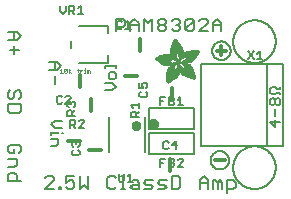
<source format=gbr>
G04 EAGLE Gerber RS-274X export*
G75*
%MOMM*%
%FSLAX34Y34*%
%LPD*%
%INSilkscreen Top*%
%IPPOS*%
%AMOC8*
5,1,8,0,0,1.08239X$1,22.5*%
G01*
%ADD10C,0.203200*%
%ADD11C,0.152400*%
%ADD12C,0.406400*%
%ADD13C,0.127000*%
%ADD14C,0.609600*%
%ADD15C,0.304800*%
%ADD16R,0.006300X0.050800*%
%ADD17R,0.006400X0.082600*%
%ADD18R,0.006300X0.120600*%
%ADD19R,0.006400X0.139700*%
%ADD20R,0.006300X0.158800*%
%ADD21R,0.006400X0.177800*%
%ADD22R,0.006300X0.196800*%
%ADD23R,0.006400X0.215900*%
%ADD24R,0.006300X0.228600*%
%ADD25R,0.006400X0.241300*%
%ADD26R,0.006300X0.254000*%
%ADD27R,0.006400X0.266700*%
%ADD28R,0.006300X0.279400*%
%ADD29R,0.006400X0.285700*%
%ADD30R,0.006300X0.298400*%
%ADD31R,0.006400X0.311200*%
%ADD32R,0.006300X0.317500*%
%ADD33R,0.006400X0.330200*%
%ADD34R,0.006300X0.336600*%
%ADD35R,0.006400X0.349200*%
%ADD36R,0.006300X0.361900*%
%ADD37R,0.006400X0.368300*%
%ADD38R,0.006300X0.381000*%
%ADD39R,0.006400X0.387300*%
%ADD40R,0.006300X0.393700*%
%ADD41R,0.006400X0.406400*%
%ADD42R,0.006300X0.412700*%
%ADD43R,0.006400X0.419100*%
%ADD44R,0.006300X0.431800*%
%ADD45R,0.006400X0.438100*%
%ADD46R,0.006300X0.450800*%
%ADD47R,0.006400X0.457200*%
%ADD48R,0.006300X0.463500*%
%ADD49R,0.006400X0.476200*%
%ADD50R,0.006300X0.482600*%
%ADD51R,0.006400X0.488900*%
%ADD52R,0.006300X0.501600*%
%ADD53R,0.006400X0.508000*%
%ADD54R,0.006300X0.514300*%
%ADD55R,0.006400X0.527000*%
%ADD56R,0.006300X0.533400*%
%ADD57R,0.006400X0.546100*%
%ADD58R,0.006300X0.552400*%
%ADD59R,0.006400X0.558800*%
%ADD60R,0.006300X0.571500*%
%ADD61R,0.006400X0.577800*%
%ADD62R,0.006300X0.584200*%
%ADD63R,0.006400X0.596900*%
%ADD64R,0.006300X0.603200*%
%ADD65R,0.006400X0.609600*%
%ADD66R,0.006300X0.622300*%
%ADD67R,0.006400X0.628600*%
%ADD68R,0.006300X0.641300*%
%ADD69R,0.006400X0.647700*%
%ADD70R,0.006300X0.063500*%
%ADD71R,0.006300X0.654000*%
%ADD72R,0.006400X0.101600*%
%ADD73R,0.006400X0.666700*%
%ADD74R,0.006300X0.139700*%
%ADD75R,0.006300X0.673100*%
%ADD76R,0.006400X0.165100*%
%ADD77R,0.006400X0.679400*%
%ADD78R,0.006300X0.196900*%
%ADD79R,0.006300X0.692100*%
%ADD80R,0.006400X0.222200*%
%ADD81R,0.006400X0.698500*%
%ADD82R,0.006300X0.247700*%
%ADD83R,0.006300X0.704800*%
%ADD84R,0.006400X0.279400*%
%ADD85R,0.006400X0.717500*%
%ADD86R,0.006300X0.298500*%
%ADD87R,0.006300X0.723900*%
%ADD88R,0.006400X0.736600*%
%ADD89R,0.006300X0.342900*%
%ADD90R,0.006300X0.742900*%
%ADD91R,0.006400X0.374700*%
%ADD92R,0.006400X0.749300*%
%ADD93R,0.006300X0.762000*%
%ADD94R,0.006400X0.412700*%
%ADD95R,0.006400X0.768300*%
%ADD96R,0.006300X0.438100*%
%ADD97R,0.006300X0.774700*%
%ADD98R,0.006400X0.463600*%
%ADD99R,0.006400X0.787400*%
%ADD100R,0.006300X0.793700*%
%ADD101R,0.006400X0.495300*%
%ADD102R,0.006400X0.800100*%
%ADD103R,0.006300X0.520700*%
%ADD104R,0.006300X0.812800*%
%ADD105R,0.006400X0.533400*%
%ADD106R,0.006400X0.819100*%
%ADD107R,0.006300X0.558800*%
%ADD108R,0.006300X0.825500*%
%ADD109R,0.006400X0.577900*%
%ADD110R,0.006400X0.831800*%
%ADD111R,0.006300X0.596900*%
%ADD112R,0.006300X0.844500*%
%ADD113R,0.006400X0.616000*%
%ADD114R,0.006400X0.850900*%
%ADD115R,0.006300X0.635000*%
%ADD116R,0.006300X0.857200*%
%ADD117R,0.006400X0.654100*%
%ADD118R,0.006400X0.863600*%
%ADD119R,0.006300X0.666700*%
%ADD120R,0.006300X0.869900*%
%ADD121R,0.006400X0.685800*%
%ADD122R,0.006400X0.876300*%
%ADD123R,0.006300X0.882600*%
%ADD124R,0.006400X0.723900*%
%ADD125R,0.006400X0.889000*%
%ADD126R,0.006300X0.895300*%
%ADD127R,0.006400X0.755700*%
%ADD128R,0.006400X0.901700*%
%ADD129R,0.006300X0.908000*%
%ADD130R,0.006400X0.793800*%
%ADD131R,0.006400X0.914400*%
%ADD132R,0.006300X0.806400*%
%ADD133R,0.006300X0.920700*%
%ADD134R,0.006400X0.825500*%
%ADD135R,0.006400X0.927100*%
%ADD136R,0.006300X0.933400*%
%ADD137R,0.006400X0.857300*%
%ADD138R,0.006400X0.939800*%
%ADD139R,0.006300X0.870000*%
%ADD140R,0.006300X0.939800*%
%ADD141R,0.006400X0.946100*%
%ADD142R,0.006300X0.952500*%
%ADD143R,0.006400X0.908000*%
%ADD144R,0.006400X0.958800*%
%ADD145R,0.006300X0.965200*%
%ADD146R,0.006400X0.965200*%
%ADD147R,0.006300X0.971500*%
%ADD148R,0.006400X0.952500*%
%ADD149R,0.006400X0.977900*%
%ADD150R,0.006300X0.958800*%
%ADD151R,0.006300X0.984200*%
%ADD152R,0.006400X0.971500*%
%ADD153R,0.006400X0.984200*%
%ADD154R,0.006300X0.990600*%
%ADD155R,0.006400X0.984300*%
%ADD156R,0.006400X0.996900*%
%ADD157R,0.006300X0.997000*%
%ADD158R,0.006300X0.996900*%
%ADD159R,0.006400X1.003300*%
%ADD160R,0.006300X1.016000*%
%ADD161R,0.006300X1.009600*%
%ADD162R,0.006400X1.016000*%
%ADD163R,0.006400X1.009600*%
%ADD164R,0.006300X1.022300*%
%ADD165R,0.006400X1.028700*%
%ADD166R,0.006300X1.035100*%
%ADD167R,0.006400X1.047800*%
%ADD168R,0.006300X1.054100*%
%ADD169R,0.006300X1.028700*%
%ADD170R,0.006400X1.054100*%
%ADD171R,0.006400X1.035000*%
%ADD172R,0.006300X1.060400*%
%ADD173R,0.006300X1.035000*%
%ADD174R,0.006400X1.060500*%
%ADD175R,0.006400X1.041400*%
%ADD176R,0.006300X1.066800*%
%ADD177R,0.006300X1.041400*%
%ADD178R,0.006400X1.079500*%
%ADD179R,0.006400X1.047700*%
%ADD180R,0.006300X1.085900*%
%ADD181R,0.006300X1.047700*%
%ADD182R,0.006400X1.085800*%
%ADD183R,0.006300X1.092200*%
%ADD184R,0.006400X1.085900*%
%ADD185R,0.006300X1.098600*%
%ADD186R,0.006400X1.098600*%
%ADD187R,0.006400X1.060400*%
%ADD188R,0.006300X1.104900*%
%ADD189R,0.006400X1.104900*%
%ADD190R,0.006400X1.066800*%
%ADD191R,0.006300X1.111200*%
%ADD192R,0.006400X1.117600*%
%ADD193R,0.006300X1.117600*%
%ADD194R,0.006300X1.073100*%
%ADD195R,0.006400X1.073100*%
%ADD196R,0.006300X1.124000*%
%ADD197R,0.006300X1.079500*%
%ADD198R,0.006400X1.123900*%
%ADD199R,0.006300X1.130300*%
%ADD200R,0.006400X1.130300*%
%ADD201R,0.006400X1.136700*%
%ADD202R,0.006300X1.136700*%
%ADD203R,0.006300X1.085800*%
%ADD204R,0.006400X1.136600*%
%ADD205R,0.006300X1.136600*%
%ADD206R,0.006400X1.143000*%
%ADD207R,0.006300X1.143000*%
%ADD208R,0.006300X1.149400*%
%ADD209R,0.006300X1.149300*%
%ADD210R,0.006400X1.149300*%
%ADD211R,0.006400X1.149400*%
%ADD212R,0.006400X1.155700*%
%ADD213R,0.006300X1.155700*%
%ADD214R,0.006300X1.060500*%
%ADD215R,0.006400X2.197100*%
%ADD216R,0.006300X2.197100*%
%ADD217R,0.006300X2.184400*%
%ADD218R,0.006400X2.184400*%
%ADD219R,0.006400X2.171700*%
%ADD220R,0.006300X2.171700*%
%ADD221R,0.006400X1.530300*%
%ADD222R,0.006300X1.505000*%
%ADD223R,0.006400X1.492300*%
%ADD224R,0.006300X1.485900*%
%ADD225R,0.006300X0.565200*%
%ADD226R,0.006400X1.473200*%
%ADD227R,0.006400X0.565200*%
%ADD228R,0.006300X1.460500*%
%ADD229R,0.006400X1.454100*%
%ADD230R,0.006400X0.552400*%
%ADD231R,0.006300X1.441500*%
%ADD232R,0.006300X0.546100*%
%ADD233R,0.006400X1.435100*%
%ADD234R,0.006400X0.539800*%
%ADD235R,0.006300X1.428800*%
%ADD236R,0.006400X1.422400*%
%ADD237R,0.006300X1.409700*%
%ADD238R,0.006300X0.527100*%
%ADD239R,0.006400X1.403300*%
%ADD240R,0.006400X0.527100*%
%ADD241R,0.006300X1.390700*%
%ADD242R,0.006400X1.384300*%
%ADD243R,0.006400X0.520700*%
%ADD244R,0.006300X1.384300*%
%ADD245R,0.006300X0.514400*%
%ADD246R,0.006400X1.371600*%
%ADD247R,0.006300X1.365200*%
%ADD248R,0.006300X0.508000*%
%ADD249R,0.006400X1.352600*%
%ADD250R,0.006400X0.501700*%
%ADD251R,0.006300X0.711200*%
%ADD252R,0.006300X0.603300*%
%ADD253R,0.006300X0.501700*%
%ADD254R,0.006400X0.692100*%
%ADD255R,0.006400X0.571500*%
%ADD256R,0.006300X0.679400*%
%ADD257R,0.006300X0.495300*%
%ADD258R,0.006400X0.673100*%
%ADD259R,0.006300X0.666800*%
%ADD260R,0.006300X0.488900*%
%ADD261R,0.006400X0.660400*%
%ADD262R,0.006400X0.482600*%
%ADD263R,0.006300X0.476200*%
%ADD264R,0.006400X0.654000*%
%ADD265R,0.006400X0.469900*%
%ADD266R,0.006400X0.476300*%
%ADD267R,0.006300X0.647700*%
%ADD268R,0.006300X0.457200*%
%ADD269R,0.006300X0.469900*%
%ADD270R,0.006400X0.641300*%
%ADD271R,0.006400X0.444500*%
%ADD272R,0.006300X0.463600*%
%ADD273R,0.006400X0.635000*%
%ADD274R,0.006400X0.463500*%
%ADD275R,0.006400X0.393700*%
%ADD276R,0.006400X0.450800*%
%ADD277R,0.006300X0.628600*%
%ADD278R,0.006300X0.387400*%
%ADD279R,0.006300X0.450900*%
%ADD280R,0.006400X0.628700*%
%ADD281R,0.006400X0.374600*%
%ADD282R,0.006300X0.368300*%
%ADD283R,0.006300X0.438200*%
%ADD284R,0.006400X0.622300*%
%ADD285R,0.006400X0.355600*%
%ADD286R,0.006400X0.431800*%
%ADD287R,0.006300X0.349300*%
%ADD288R,0.006300X0.425400*%
%ADD289R,0.006300X0.615900*%
%ADD290R,0.006300X0.330200*%
%ADD291R,0.006300X0.419100*%
%ADD292R,0.006300X0.616000*%
%ADD293R,0.006300X0.311200*%
%ADD294R,0.006300X0.406400*%
%ADD295R,0.006400X0.615900*%
%ADD296R,0.006400X0.304800*%
%ADD297R,0.006400X0.158800*%
%ADD298R,0.006300X0.609600*%
%ADD299R,0.006300X0.292100*%
%ADD300R,0.006300X0.235000*%
%ADD301R,0.006400X0.387400*%
%ADD302R,0.006400X0.292100*%
%ADD303R,0.006300X0.336500*%
%ADD304R,0.006300X0.260400*%
%ADD305R,0.006400X0.603300*%
%ADD306R,0.006400X0.260400*%
%ADD307R,0.006400X0.362000*%
%ADD308R,0.006400X0.450900*%
%ADD309R,0.006300X0.355600*%
%ADD310R,0.006400X0.342900*%
%ADD311R,0.006400X0.514300*%
%ADD312R,0.006300X0.234900*%
%ADD313R,0.006300X0.539700*%
%ADD314R,0.006400X0.603200*%
%ADD315R,0.006400X0.234900*%
%ADD316R,0.006400X0.920700*%
%ADD317R,0.006400X0.958900*%
%ADD318R,0.006300X0.215900*%
%ADD319R,0.006400X0.209600*%
%ADD320R,0.006300X0.203200*%
%ADD321R,0.006300X1.003300*%
%ADD322R,0.006400X0.203200*%
%ADD323R,0.006400X0.196900*%
%ADD324R,0.006300X0.190500*%
%ADD325R,0.006400X0.190500*%
%ADD326R,0.006300X0.184200*%
%ADD327R,0.006400X0.590500*%
%ADD328R,0.006400X0.184200*%
%ADD329R,0.006300X0.590500*%
%ADD330R,0.006300X0.177800*%
%ADD331R,0.006400X0.584200*%
%ADD332R,0.006400X1.168400*%
%ADD333R,0.006300X0.171500*%
%ADD334R,0.006300X1.187500*%
%ADD335R,0.006400X1.200100*%
%ADD336R,0.006300X0.577800*%
%ADD337R,0.006300X1.212900*%
%ADD338R,0.006400X1.231900*%
%ADD339R,0.006300X1.250900*%
%ADD340R,0.006400X0.565100*%
%ADD341R,0.006400X0.184100*%
%ADD342R,0.006400X1.263700*%
%ADD343R,0.006300X0.565100*%
%ADD344R,0.006300X1.289100*%
%ADD345R,0.006400X1.314400*%
%ADD346R,0.006300X0.552500*%
%ADD347R,0.006300X1.568500*%
%ADD348R,0.006400X0.552500*%
%ADD349R,0.006400X1.581200*%
%ADD350R,0.006300X1.593800*%
%ADD351R,0.006400X1.606500*%
%ADD352R,0.006300X1.619300*%
%ADD353R,0.006400X0.514400*%
%ADD354R,0.006400X1.638300*%
%ADD355R,0.006300X1.657300*%
%ADD356R,0.006400X2.209800*%
%ADD357R,0.006300X2.425700*%
%ADD358R,0.006400X2.470100*%
%ADD359R,0.006300X2.501900*%
%ADD360R,0.006400X2.533700*%
%ADD361R,0.006300X2.559000*%
%ADD362R,0.006400X2.584500*%
%ADD363R,0.006300X2.609900*%
%ADD364R,0.006400X2.628900*%
%ADD365R,0.006300X2.660600*%
%ADD366R,0.006400X2.673400*%
%ADD367R,0.006300X1.422400*%
%ADD368R,0.006300X1.200200*%
%ADD369R,0.006300X1.365300*%
%ADD370R,0.006400X1.365300*%
%ADD371R,0.006300X1.352500*%
%ADD372R,0.006300X1.098500*%
%ADD373R,0.006400X1.358900*%
%ADD374R,0.006300X1.352600*%
%ADD375R,0.006300X1.358900*%
%ADD376R,0.006300X1.371600*%
%ADD377R,0.006400X1.377900*%
%ADD378R,0.006400X1.397000*%
%ADD379R,0.006300X1.403300*%
%ADD380R,0.006300X0.914400*%
%ADD381R,0.006300X0.876300*%
%ADD382R,0.006300X0.374600*%
%ADD383R,0.006400X1.073200*%
%ADD384R,0.006300X0.374700*%
%ADD385R,0.006400X0.844600*%
%ADD386R,0.006300X0.844600*%
%ADD387R,0.006400X0.831900*%
%ADD388R,0.006400X1.092200*%
%ADD389R,0.006300X0.400000*%
%ADD390R,0.006400X0.819200*%
%ADD391R,0.006400X1.111300*%
%ADD392R,0.006400X0.812800*%
%ADD393R,0.006300X0.800100*%
%ADD394R,0.006300X0.476300*%
%ADD395R,0.006300X1.181100*%
%ADD396R,0.006400X0.501600*%
%ADD397R,0.006400X1.193800*%
%ADD398R,0.006400X0.781000*%
%ADD399R,0.006400X1.238200*%
%ADD400R,0.006300X0.781100*%
%ADD401R,0.006300X1.257300*%
%ADD402R,0.006400X1.295400*%
%ADD403R,0.006300X1.333500*%
%ADD404R,0.006400X0.774700*%
%ADD405R,0.006400X1.866900*%
%ADD406R,0.006300X0.209600*%
%ADD407R,0.006300X1.866900*%
%ADD408R,0.006400X0.768400*%
%ADD409R,0.006400X0.209500*%
%ADD410R,0.006400X1.860600*%
%ADD411R,0.006400X0.762000*%
%ADD412R,0.006300X0.768400*%
%ADD413R,0.006300X1.860600*%
%ADD414R,0.006400X1.860500*%
%ADD415R,0.006300X0.222300*%
%ADD416R,0.006300X1.854200*%
%ADD417R,0.006400X0.235000*%
%ADD418R,0.006400X1.854200*%
%ADD419R,0.006300X0.768300*%
%ADD420R,0.006400X0.260300*%
%ADD421R,0.006400X1.847800*%
%ADD422R,0.006300X0.266700*%
%ADD423R,0.006300X1.847800*%
%ADD424R,0.006400X0.273100*%
%ADD425R,0.006400X1.841500*%
%ADD426R,0.006300X0.285800*%
%ADD427R,0.006300X1.841500*%
%ADD428R,0.006400X0.298500*%
%ADD429R,0.006400X1.835100*%
%ADD430R,0.006300X0.781000*%
%ADD431R,0.006300X0.304800*%
%ADD432R,0.006300X1.835100*%
%ADD433R,0.006400X0.317500*%
%ADD434R,0.006400X1.828800*%
%ADD435R,0.006300X0.787400*%
%ADD436R,0.006300X0.323800*%
%ADD437R,0.006300X1.828800*%
%ADD438R,0.006400X0.793700*%
%ADD439R,0.006400X1.822400*%
%ADD440R,0.006300X0.806500*%
%ADD441R,0.006300X1.822400*%
%ADD442R,0.006400X1.816100*%
%ADD443R,0.006300X0.819100*%
%ADD444R,0.006300X0.387300*%
%ADD445R,0.006300X1.816100*%
%ADD446R,0.006400X1.809800*%
%ADD447R,0.006300X1.803400*%
%ADD448R,0.006400X1.797000*%
%ADD449R,0.006300X0.901700*%
%ADD450R,0.006300X1.797000*%
%ADD451R,0.006400X1.441400*%
%ADD452R,0.006400X1.790700*%
%ADD453R,0.006300X1.447800*%
%ADD454R,0.006300X1.784300*%
%ADD455R,0.006400X1.447800*%
%ADD456R,0.006400X1.784300*%
%ADD457R,0.006300X1.454100*%
%ADD458R,0.006300X1.771700*%
%ADD459R,0.006400X1.460500*%
%ADD460R,0.006400X1.759000*%
%ADD461R,0.006300X1.466800*%
%ADD462R,0.006300X1.752600*%
%ADD463R,0.006400X1.466800*%
%ADD464R,0.006400X1.739900*%
%ADD465R,0.006300X1.473200*%
%ADD466R,0.006300X1.727200*%
%ADD467R,0.006400X1.479500*%
%ADD468R,0.006400X1.714500*%
%ADD469R,0.006300X1.695400*%
%ADD470R,0.006400X1.485900*%
%ADD471R,0.006400X1.682700*%
%ADD472R,0.006300X1.492200*%
%ADD473R,0.006300X1.663700*%
%ADD474R,0.006400X1.498600*%
%ADD475R,0.006400X1.644600*%
%ADD476R,0.006300X1.498600*%
%ADD477R,0.006300X1.619200*%
%ADD478R,0.006400X1.511300*%
%ADD479R,0.006400X1.600200*%
%ADD480R,0.006300X1.517700*%
%ADD481R,0.006300X1.574800*%
%ADD482R,0.006400X1.524000*%
%ADD483R,0.006400X1.555800*%
%ADD484R,0.006300X1.524000*%
%ADD485R,0.006300X1.536700*%
%ADD486R,0.006400X1.530400*%
%ADD487R,0.006400X1.517700*%
%ADD488R,0.006300X1.492300*%
%ADD489R,0.006400X1.549400*%
%ADD490R,0.006400X1.479600*%
%ADD491R,0.006300X1.549400*%
%ADD492R,0.006400X1.555700*%
%ADD493R,0.006300X1.562100*%
%ADD494R,0.006300X0.323900*%
%ADD495R,0.006400X1.568400*%
%ADD496R,0.006400X0.336600*%
%ADD497R,0.006300X1.587500*%
%ADD498R,0.006300X0.971600*%
%ADD499R,0.006400X0.349300*%
%ADD500R,0.006300X1.600200*%
%ADD501R,0.006300X0.920800*%
%ADD502R,0.006400X0.882700*%
%ADD503R,0.006300X1.612900*%
%ADD504R,0.006300X0.362000*%
%ADD505R,0.006400X1.625600*%
%ADD506R,0.006300X1.625600*%
%ADD507R,0.006300X1.644600*%
%ADD508R,0.006300X0.736600*%
%ADD509R,0.006400X0.717600*%
%ADD510R,0.006300X1.657400*%
%ADD511R,0.006300X0.679500*%
%ADD512R,0.006400X1.663700*%
%ADD513R,0.006400X0.400000*%
%ADD514R,0.006300X1.676400*%
%ADD515R,0.006400X1.676400*%
%ADD516R,0.006400X0.425500*%
%ADD517R,0.006400X1.352500*%
%ADD518R,0.006300X0.444500*%
%ADD519R,0.006400X0.361900*%
%ADD520R,0.006300X0.088900*%
%ADD521R,0.006300X1.009700*%
%ADD522R,0.006400X1.009700*%
%ADD523R,0.006400X1.022300*%
%ADD524R,0.006400X1.346200*%
%ADD525R,0.006300X1.346200*%
%ADD526R,0.006400X1.339900*%
%ADD527R,0.006400X1.035100*%
%ADD528R,0.006300X1.339800*%
%ADD529R,0.006400X1.333500*%
%ADD530R,0.006400X1.327200*%
%ADD531R,0.006300X1.320800*%
%ADD532R,0.006400X1.314500*%
%ADD533R,0.006300X1.314400*%
%ADD534R,0.006400X1.301700*%
%ADD535R,0.006300X1.295400*%
%ADD536R,0.006400X1.289000*%
%ADD537R,0.006300X1.276300*%
%ADD538R,0.006300X1.251000*%
%ADD539R,0.006400X1.244600*%
%ADD540R,0.006300X1.231900*%
%ADD541R,0.006400X1.212800*%
%ADD542R,0.006300X1.200100*%
%ADD543R,0.006400X1.187400*%
%ADD544R,0.006300X1.168400*%
%ADD545R,0.006300X1.047800*%
%ADD546R,0.006300X0.977900*%
%ADD547R,0.006400X0.946200*%
%ADD548R,0.006400X0.933400*%
%ADD549R,0.006400X0.895300*%
%ADD550R,0.006300X0.882700*%
%ADD551R,0.006300X0.863600*%
%ADD552R,0.006400X0.857200*%
%ADD553R,0.006300X0.850900*%
%ADD554R,0.006300X0.838200*%
%ADD555R,0.006400X0.806500*%
%ADD556R,0.006300X0.717600*%
%ADD557R,0.006400X0.711200*%
%ADD558R,0.006400X0.641400*%
%ADD559R,0.006300X0.641400*%
%ADD560R,0.006300X0.628700*%
%ADD561R,0.006300X0.590600*%
%ADD562R,0.006400X0.539700*%
%ADD563R,0.006300X0.285700*%
%ADD564R,0.006300X0.222200*%
%ADD565R,0.006300X0.171400*%
%ADD566R,0.006400X0.152400*%
%ADD567R,0.006300X0.133400*%
%ADD568C,0.050800*%


D10*
X7366Y137678D02*
X14484Y137678D01*
X18043Y134119D01*
X14484Y130560D01*
X7366Y130560D01*
X12705Y130560D02*
X12705Y137678D01*
X12705Y125984D02*
X12705Y118866D01*
X16264Y122425D02*
X9146Y122425D01*
X41656Y112278D02*
X48774Y112278D01*
X52333Y108719D01*
X48774Y105160D01*
X41656Y105160D01*
X46995Y105160D02*
X46995Y112278D01*
X46995Y100584D02*
X46995Y93466D01*
X18043Y82809D02*
X16264Y81030D01*
X18043Y82809D02*
X18043Y86368D01*
X16264Y88148D01*
X14484Y88148D01*
X12705Y86368D01*
X12705Y82809D01*
X10925Y81030D01*
X9146Y81030D01*
X7366Y82809D01*
X7366Y86368D01*
X9146Y88148D01*
X7366Y76454D02*
X18043Y76454D01*
X7366Y76454D02*
X7366Y71115D01*
X9146Y69336D01*
X16264Y69336D01*
X18043Y71115D01*
X18043Y76454D01*
D11*
X46823Y62512D02*
X52585Y62512D01*
X46823Y62512D02*
X43942Y59630D01*
X46823Y56749D01*
X52585Y56749D01*
X49704Y53156D02*
X49704Y51716D01*
X43942Y51716D01*
X43942Y53156D02*
X43942Y50275D01*
X52585Y51716D02*
X54026Y51716D01*
X49704Y46920D02*
X43942Y46920D01*
X49704Y46920D02*
X49704Y42598D01*
X48264Y41157D01*
X43942Y41157D01*
D10*
X18043Y36586D02*
X16264Y34807D01*
X18043Y36586D02*
X18043Y40145D01*
X16264Y41925D01*
X9146Y41925D01*
X7366Y40145D01*
X7366Y36586D01*
X9146Y34807D01*
X12705Y34807D01*
X12705Y38366D01*
X14484Y30231D02*
X7366Y30231D01*
X14484Y30231D02*
X14484Y24892D01*
X12705Y23113D01*
X7366Y23113D01*
X7366Y11419D02*
X18043Y11419D01*
X7366Y11419D02*
X7366Y16758D01*
X9146Y18537D01*
X12705Y18537D01*
X14484Y16758D01*
X14484Y11419D01*
X99020Y138176D02*
X99020Y148853D01*
X104359Y148853D01*
X106138Y147074D01*
X106138Y143515D01*
X104359Y141735D01*
X99020Y141735D01*
X110714Y138176D02*
X110714Y145294D01*
X114273Y148853D01*
X117832Y145294D01*
X117832Y138176D01*
X117832Y143515D02*
X110714Y143515D01*
X122408Y148853D02*
X122408Y138176D01*
X125967Y145294D02*
X122408Y148853D01*
X125967Y145294D02*
X129526Y148853D01*
X129526Y138176D01*
X134102Y147074D02*
X135881Y148853D01*
X139441Y148853D01*
X141220Y147074D01*
X141220Y145294D01*
X139441Y143515D01*
X141220Y141735D01*
X141220Y139956D01*
X139441Y138176D01*
X135881Y138176D01*
X134102Y139956D01*
X134102Y141735D01*
X135881Y143515D01*
X134102Y145294D01*
X134102Y147074D01*
X135881Y143515D02*
X139441Y143515D01*
X145796Y147074D02*
X147575Y148853D01*
X151134Y148853D01*
X152914Y147074D01*
X152914Y145294D01*
X151134Y143515D01*
X149355Y143515D01*
X151134Y143515D02*
X152914Y141735D01*
X152914Y139956D01*
X151134Y138176D01*
X147575Y138176D01*
X145796Y139956D01*
X157490Y139956D02*
X157490Y147074D01*
X159269Y148853D01*
X162828Y148853D01*
X164608Y147074D01*
X164608Y139956D01*
X162828Y138176D01*
X159269Y138176D01*
X157490Y139956D01*
X164608Y147074D01*
X169184Y138176D02*
X176302Y138176D01*
X169184Y138176D02*
X176302Y145294D01*
X176302Y147074D01*
X174522Y148853D01*
X170963Y148853D01*
X169184Y147074D01*
X180878Y145294D02*
X180878Y138176D01*
X180878Y145294D02*
X184437Y148853D01*
X187996Y145294D01*
X187996Y138176D01*
X187996Y143515D02*
X180878Y143515D01*
X45952Y4826D02*
X38834Y4826D01*
X45952Y11944D01*
X45952Y13724D01*
X44172Y15503D01*
X40613Y15503D01*
X38834Y13724D01*
X50528Y6606D02*
X50528Y4826D01*
X50528Y6606D02*
X52307Y6606D01*
X52307Y4826D01*
X50528Y4826D01*
X56375Y15503D02*
X63493Y15503D01*
X56375Y15503D02*
X56375Y10165D01*
X59934Y11944D01*
X61713Y11944D01*
X63493Y10165D01*
X63493Y6606D01*
X61713Y4826D01*
X58154Y4826D01*
X56375Y6606D01*
X68068Y4826D02*
X68068Y15503D01*
X71628Y8385D02*
X68068Y4826D01*
X71628Y8385D02*
X75187Y4826D01*
X75187Y15503D01*
X96795Y15503D02*
X98574Y13724D01*
X96795Y15503D02*
X93236Y15503D01*
X91456Y13724D01*
X91456Y6606D01*
X93236Y4826D01*
X96795Y4826D01*
X98574Y6606D01*
X103150Y15503D02*
X104930Y15503D01*
X104930Y4826D01*
X106709Y4826D02*
X103150Y4826D01*
X112726Y11944D02*
X116285Y11944D01*
X118064Y10165D01*
X118064Y4826D01*
X112726Y4826D01*
X110946Y6606D01*
X112726Y8385D01*
X118064Y8385D01*
X122640Y4826D02*
X127979Y4826D01*
X129758Y6606D01*
X127979Y8385D01*
X124420Y8385D01*
X122640Y10165D01*
X124420Y11944D01*
X129758Y11944D01*
X134334Y4826D02*
X139673Y4826D01*
X141452Y6606D01*
X139673Y8385D01*
X136114Y8385D01*
X134334Y10165D01*
X136114Y11944D01*
X141452Y11944D01*
X146028Y15503D02*
X146028Y4826D01*
X151367Y4826D01*
X153146Y6606D01*
X153146Y13724D01*
X151367Y15503D01*
X146028Y15503D01*
X169416Y11944D02*
X169416Y4826D01*
X169416Y11944D02*
X172975Y15503D01*
X176534Y11944D01*
X176534Y4826D01*
X176534Y10165D02*
X169416Y10165D01*
X181110Y11944D02*
X181110Y4826D01*
X181110Y11944D02*
X182890Y11944D01*
X184669Y10165D01*
X184669Y4826D01*
X184669Y10165D02*
X186449Y11944D01*
X188228Y10165D01*
X188228Y4826D01*
X192804Y1267D02*
X192804Y11944D01*
X198143Y11944D01*
X199922Y10165D01*
X199922Y6606D01*
X198143Y4826D01*
X192804Y4826D01*
D12*
X113774Y58420D02*
X113776Y58504D01*
X113782Y58588D01*
X113792Y58672D01*
X113805Y58755D01*
X113823Y58837D01*
X113845Y58919D01*
X113870Y58999D01*
X113899Y59078D01*
X113932Y59156D01*
X113968Y59232D01*
X114008Y59306D01*
X114051Y59378D01*
X114097Y59448D01*
X114147Y59516D01*
X114200Y59582D01*
X114256Y59645D01*
X114315Y59705D01*
X114377Y59762D01*
X114441Y59817D01*
X114508Y59868D01*
X114577Y59916D01*
X114648Y59961D01*
X114721Y60003D01*
X114796Y60041D01*
X114873Y60075D01*
X114951Y60106D01*
X115031Y60133D01*
X115112Y60157D01*
X115194Y60176D01*
X115277Y60192D01*
X115360Y60204D01*
X115444Y60212D01*
X115528Y60216D01*
X115612Y60216D01*
X115696Y60212D01*
X115780Y60204D01*
X115863Y60192D01*
X115946Y60176D01*
X116028Y60157D01*
X116109Y60133D01*
X116189Y60106D01*
X116267Y60075D01*
X116344Y60041D01*
X116419Y60003D01*
X116492Y59961D01*
X116563Y59916D01*
X116632Y59868D01*
X116699Y59817D01*
X116763Y59762D01*
X116825Y59705D01*
X116884Y59645D01*
X116940Y59582D01*
X116993Y59516D01*
X117043Y59448D01*
X117089Y59378D01*
X117132Y59306D01*
X117172Y59232D01*
X117208Y59156D01*
X117241Y59078D01*
X117270Y58999D01*
X117295Y58919D01*
X117317Y58837D01*
X117335Y58755D01*
X117348Y58672D01*
X117358Y58588D01*
X117364Y58504D01*
X117366Y58420D01*
X117364Y58336D01*
X117358Y58252D01*
X117348Y58168D01*
X117335Y58085D01*
X117317Y58003D01*
X117295Y57921D01*
X117270Y57841D01*
X117241Y57762D01*
X117208Y57684D01*
X117172Y57608D01*
X117132Y57534D01*
X117089Y57462D01*
X117043Y57392D01*
X116993Y57324D01*
X116940Y57258D01*
X116884Y57195D01*
X116825Y57135D01*
X116763Y57078D01*
X116699Y57023D01*
X116632Y56972D01*
X116563Y56924D01*
X116492Y56879D01*
X116419Y56837D01*
X116344Y56799D01*
X116267Y56765D01*
X116189Y56734D01*
X116109Y56707D01*
X116028Y56683D01*
X115946Y56664D01*
X115863Y56648D01*
X115780Y56636D01*
X115696Y56628D01*
X115612Y56624D01*
X115528Y56624D01*
X115444Y56628D01*
X115360Y56636D01*
X115277Y56648D01*
X115194Y56664D01*
X115112Y56683D01*
X115031Y56707D01*
X114951Y56734D01*
X114873Y56765D01*
X114796Y56799D01*
X114721Y56837D01*
X114648Y56879D01*
X114577Y56924D01*
X114508Y56972D01*
X114441Y57023D01*
X114377Y57078D01*
X114315Y57135D01*
X114256Y57195D01*
X114200Y57258D01*
X114147Y57324D01*
X114097Y57392D01*
X114051Y57462D01*
X114008Y57534D01*
X113968Y57608D01*
X113932Y57684D01*
X113899Y57762D01*
X113870Y57841D01*
X113845Y57921D01*
X113823Y58003D01*
X113805Y58085D01*
X113792Y58168D01*
X113782Y58252D01*
X113776Y58336D01*
X113774Y58420D01*
D13*
X228973Y61303D02*
X237871Y61303D01*
X233422Y56855D02*
X228973Y61303D01*
X233422Y62786D02*
X233422Y56855D01*
X233422Y66210D02*
X233422Y72142D01*
X230456Y75565D02*
X228973Y77048D01*
X228973Y80014D01*
X230456Y81497D01*
X231939Y81497D01*
X233422Y80014D01*
X234905Y81497D01*
X236388Y81497D01*
X237871Y80014D01*
X237871Y77048D01*
X236388Y75565D01*
X234905Y75565D01*
X233422Y77048D01*
X231939Y75565D01*
X230456Y75565D01*
X233422Y77048D02*
X233422Y80014D01*
X237871Y84920D02*
X237871Y86403D01*
X234905Y86403D01*
X233422Y84920D01*
X230456Y84920D01*
X228973Y86403D01*
X228973Y89369D01*
X230456Y90852D01*
X233422Y90852D01*
X234905Y89369D01*
X237871Y89369D01*
X237871Y90852D01*
X95459Y88265D02*
X89527Y88265D01*
X95459Y88265D02*
X98425Y91231D01*
X95459Y94197D01*
X89527Y94197D01*
X98425Y99103D02*
X98425Y102069D01*
X96942Y103552D01*
X93976Y103552D01*
X92493Y102069D01*
X92493Y99103D01*
X93976Y97620D01*
X96942Y97620D01*
X98425Y99103D01*
X89527Y106975D02*
X89527Y108458D01*
X98425Y108458D01*
X98425Y106975D02*
X98425Y109941D01*
D10*
X122950Y65800D02*
X122950Y35800D01*
X92950Y35800D02*
X92950Y65800D01*
D14*
X128450Y59800D02*
X128452Y59877D01*
X128458Y59954D01*
X128468Y60031D01*
X128482Y60107D01*
X128499Y60182D01*
X128521Y60256D01*
X128546Y60329D01*
X128576Y60401D01*
X128608Y60471D01*
X128645Y60539D01*
X128684Y60605D01*
X128727Y60669D01*
X128774Y60731D01*
X128823Y60790D01*
X128876Y60847D01*
X128931Y60901D01*
X128989Y60952D01*
X129050Y61000D01*
X129113Y61045D01*
X129178Y61086D01*
X129245Y61124D01*
X129314Y61159D01*
X129385Y61189D01*
X129457Y61217D01*
X129531Y61240D01*
X129605Y61260D01*
X129681Y61276D01*
X129757Y61288D01*
X129834Y61296D01*
X129911Y61300D01*
X129989Y61300D01*
X130066Y61296D01*
X130143Y61288D01*
X130219Y61276D01*
X130295Y61260D01*
X130369Y61240D01*
X130443Y61217D01*
X130515Y61189D01*
X130586Y61159D01*
X130655Y61124D01*
X130722Y61086D01*
X130787Y61045D01*
X130850Y61000D01*
X130911Y60952D01*
X130969Y60901D01*
X131024Y60847D01*
X131077Y60790D01*
X131126Y60731D01*
X131173Y60669D01*
X131216Y60605D01*
X131255Y60539D01*
X131292Y60471D01*
X131324Y60401D01*
X131354Y60329D01*
X131379Y60256D01*
X131401Y60182D01*
X131418Y60107D01*
X131432Y60031D01*
X131442Y59954D01*
X131448Y59877D01*
X131450Y59800D01*
X131448Y59723D01*
X131442Y59646D01*
X131432Y59569D01*
X131418Y59493D01*
X131401Y59418D01*
X131379Y59344D01*
X131354Y59271D01*
X131324Y59199D01*
X131292Y59129D01*
X131255Y59061D01*
X131216Y58995D01*
X131173Y58931D01*
X131126Y58869D01*
X131077Y58810D01*
X131024Y58753D01*
X130969Y58699D01*
X130911Y58648D01*
X130850Y58600D01*
X130787Y58555D01*
X130722Y58514D01*
X130655Y58476D01*
X130586Y58441D01*
X130515Y58411D01*
X130443Y58383D01*
X130369Y58360D01*
X130295Y58340D01*
X130219Y58324D01*
X130143Y58312D01*
X130066Y58304D01*
X129989Y58300D01*
X129911Y58300D01*
X129834Y58304D01*
X129757Y58312D01*
X129681Y58324D01*
X129605Y58340D01*
X129531Y58360D01*
X129457Y58383D01*
X129385Y58411D01*
X129314Y58441D01*
X129245Y58476D01*
X129178Y58514D01*
X129113Y58555D01*
X129050Y58600D01*
X128989Y58648D01*
X128931Y58699D01*
X128876Y58753D01*
X128823Y58810D01*
X128774Y58869D01*
X128727Y58931D01*
X128684Y58995D01*
X128645Y59061D01*
X128608Y59129D01*
X128576Y59199D01*
X128546Y59271D01*
X128521Y59344D01*
X128499Y59418D01*
X128482Y59493D01*
X128468Y59569D01*
X128458Y59646D01*
X128452Y59723D01*
X128450Y59800D01*
D11*
X101092Y17532D02*
X101092Y12024D01*
X102194Y10922D01*
X104397Y10922D01*
X105498Y12024D01*
X105498Y17532D01*
X108576Y15328D02*
X110779Y17532D01*
X110779Y10922D01*
X108576Y10922D02*
X112983Y10922D01*
D15*
X77470Y71120D02*
X77470Y81280D01*
D11*
X59817Y63252D02*
X59817Y56642D01*
X59817Y63252D02*
X63122Y63252D01*
X64223Y62150D01*
X64223Y59947D01*
X63122Y58845D01*
X59817Y58845D01*
X62020Y58845D02*
X64223Y56642D01*
X67301Y56642D02*
X71708Y56642D01*
X71708Y61048D02*
X67301Y56642D01*
X71708Y61048D02*
X71708Y62150D01*
X70606Y63252D01*
X68403Y63252D01*
X67301Y62150D01*
D15*
X119380Y121920D02*
X119380Y132080D01*
D11*
X103593Y145970D02*
X102492Y147072D01*
X100289Y147072D01*
X99187Y145970D01*
X99187Y141564D01*
X100289Y140462D01*
X102492Y140462D01*
X103593Y141564D01*
X106671Y144868D02*
X108874Y147072D01*
X108874Y140462D01*
X106671Y140462D02*
X111078Y140462D01*
D15*
X68580Y101600D02*
X68580Y91440D01*
D11*
X52793Y82470D02*
X51692Y83572D01*
X49489Y83572D01*
X48387Y82470D01*
X48387Y78064D01*
X49489Y76962D01*
X51692Y76962D01*
X52793Y78064D01*
X55871Y76962D02*
X60278Y76962D01*
X60278Y81368D02*
X55871Y76962D01*
X60278Y81368D02*
X60278Y82470D01*
X59176Y83572D01*
X56973Y83572D01*
X55871Y82470D01*
D15*
X76200Y38100D02*
X86360Y38100D01*
D11*
X62310Y37553D02*
X61208Y36452D01*
X61208Y34249D01*
X62310Y33147D01*
X66716Y33147D01*
X67818Y34249D01*
X67818Y36452D01*
X66716Y37553D01*
X62310Y40631D02*
X61208Y41733D01*
X61208Y43936D01*
X62310Y45038D01*
X63412Y45038D01*
X64513Y43936D01*
X64513Y42834D01*
X64513Y43936D02*
X65615Y45038D01*
X66716Y45038D01*
X67818Y43936D01*
X67818Y41733D01*
X66716Y40631D01*
D10*
X127000Y73660D02*
X165100Y73660D01*
X165100Y55880D01*
X127000Y55880D01*
X127000Y73660D01*
D11*
X136017Y75692D02*
X136017Y82302D01*
X140423Y82302D01*
X138220Y78997D02*
X136017Y78997D01*
X143501Y75692D02*
X143501Y82302D01*
X146806Y82302D01*
X147908Y81200D01*
X147908Y80098D01*
X146806Y78997D01*
X147908Y77895D01*
X147908Y76794D01*
X146806Y75692D01*
X143501Y75692D01*
X143501Y78997D02*
X146806Y78997D01*
X150985Y80098D02*
X153189Y82302D01*
X153189Y75692D01*
X155392Y75692D02*
X150985Y75692D01*
D10*
X165100Y52070D02*
X127000Y52070D01*
X165100Y52070D02*
X165100Y34290D01*
X127000Y34290D01*
X127000Y52070D01*
D11*
X136017Y30232D02*
X136017Y23622D01*
X136017Y30232D02*
X140423Y30232D01*
X138220Y26927D02*
X136017Y26927D01*
X143501Y23622D02*
X143501Y30232D01*
X146806Y30232D01*
X147908Y29130D01*
X147908Y28028D01*
X146806Y26927D01*
X147908Y25825D01*
X147908Y24724D01*
X146806Y23622D01*
X143501Y23622D01*
X143501Y26927D02*
X146806Y26927D01*
X150985Y23622D02*
X155392Y23622D01*
X155392Y28028D02*
X150985Y23622D01*
X155392Y28028D02*
X155392Y29130D01*
X154290Y30232D01*
X152087Y30232D01*
X150985Y29130D01*
D15*
X144780Y30480D02*
X144780Y20320D01*
D11*
X143235Y43862D02*
X142134Y44964D01*
X139930Y44964D01*
X138829Y43862D01*
X138829Y39456D01*
X139930Y38354D01*
X142134Y38354D01*
X143235Y39456D01*
X149618Y38354D02*
X149618Y44964D01*
X146313Y41659D01*
X150719Y41659D01*
D15*
X146050Y80010D02*
X146050Y90170D01*
D11*
X119460Y87083D02*
X118358Y85982D01*
X118358Y83779D01*
X119460Y82677D01*
X123866Y82677D01*
X124968Y83779D01*
X124968Y85982D01*
X123866Y87083D01*
X118358Y90161D02*
X118358Y94568D01*
X118358Y90161D02*
X121663Y90161D01*
X120562Y92364D01*
X120562Y93466D01*
X121663Y94568D01*
X123866Y94568D01*
X124968Y93466D01*
X124968Y91263D01*
X123866Y90161D01*
D10*
X170470Y40930D02*
X226470Y40930D01*
X240470Y40930D01*
X240470Y110930D01*
X226470Y110930D01*
X170470Y110930D01*
X170470Y40930D01*
X226470Y40930D02*
X226470Y110930D01*
D11*
X215198Y114592D02*
X210792Y121202D01*
X215198Y121202D02*
X210792Y114592D01*
X218276Y118998D02*
X220479Y121202D01*
X220479Y114592D01*
X218276Y114592D02*
X222683Y114592D01*
D15*
X191929Y121920D02*
X183992Y121920D01*
X187960Y117952D02*
X187960Y125888D01*
D10*
X180143Y121920D02*
X180145Y122112D01*
X180152Y122304D01*
X180164Y122495D01*
X180181Y122686D01*
X180202Y122877D01*
X180228Y123067D01*
X180258Y123256D01*
X180293Y123445D01*
X180333Y123633D01*
X180377Y123819D01*
X180426Y124005D01*
X180480Y124189D01*
X180538Y124372D01*
X180600Y124553D01*
X180667Y124733D01*
X180738Y124911D01*
X180814Y125088D01*
X180894Y125262D01*
X180978Y125435D01*
X181066Y125605D01*
X181159Y125773D01*
X181255Y125939D01*
X181356Y126102D01*
X181460Y126263D01*
X181569Y126421D01*
X181681Y126577D01*
X181797Y126729D01*
X181917Y126879D01*
X182041Y127026D01*
X182168Y127170D01*
X182299Y127310D01*
X182433Y127447D01*
X182570Y127581D01*
X182710Y127712D01*
X182854Y127839D01*
X183001Y127963D01*
X183151Y128083D01*
X183303Y128199D01*
X183459Y128311D01*
X183617Y128420D01*
X183778Y128524D01*
X183941Y128625D01*
X184107Y128721D01*
X184275Y128814D01*
X184445Y128902D01*
X184618Y128986D01*
X184792Y129066D01*
X184969Y129142D01*
X185147Y129213D01*
X185327Y129280D01*
X185508Y129342D01*
X185691Y129400D01*
X185875Y129454D01*
X186061Y129503D01*
X186247Y129547D01*
X186435Y129587D01*
X186624Y129622D01*
X186813Y129652D01*
X187003Y129678D01*
X187194Y129699D01*
X187385Y129716D01*
X187576Y129728D01*
X187768Y129735D01*
X187960Y129737D01*
X188152Y129735D01*
X188344Y129728D01*
X188535Y129716D01*
X188726Y129699D01*
X188917Y129678D01*
X189107Y129652D01*
X189296Y129622D01*
X189485Y129587D01*
X189673Y129547D01*
X189859Y129503D01*
X190045Y129454D01*
X190229Y129400D01*
X190412Y129342D01*
X190593Y129280D01*
X190773Y129213D01*
X190951Y129142D01*
X191128Y129066D01*
X191302Y128986D01*
X191475Y128902D01*
X191645Y128814D01*
X191813Y128721D01*
X191979Y128625D01*
X192142Y128524D01*
X192303Y128420D01*
X192461Y128311D01*
X192617Y128199D01*
X192769Y128083D01*
X192919Y127963D01*
X193066Y127839D01*
X193210Y127712D01*
X193350Y127581D01*
X193487Y127447D01*
X193621Y127310D01*
X193752Y127170D01*
X193879Y127026D01*
X194003Y126879D01*
X194123Y126729D01*
X194239Y126577D01*
X194351Y126421D01*
X194460Y126263D01*
X194564Y126102D01*
X194665Y125939D01*
X194761Y125773D01*
X194854Y125605D01*
X194942Y125435D01*
X195026Y125262D01*
X195106Y125088D01*
X195182Y124911D01*
X195253Y124733D01*
X195320Y124553D01*
X195382Y124372D01*
X195440Y124189D01*
X195494Y124005D01*
X195543Y123819D01*
X195587Y123633D01*
X195627Y123445D01*
X195662Y123256D01*
X195692Y123067D01*
X195718Y122877D01*
X195739Y122686D01*
X195756Y122495D01*
X195768Y122304D01*
X195775Y122112D01*
X195777Y121920D01*
X195775Y121728D01*
X195768Y121536D01*
X195756Y121345D01*
X195739Y121154D01*
X195718Y120963D01*
X195692Y120773D01*
X195662Y120584D01*
X195627Y120395D01*
X195587Y120207D01*
X195543Y120021D01*
X195494Y119835D01*
X195440Y119651D01*
X195382Y119468D01*
X195320Y119287D01*
X195253Y119107D01*
X195182Y118929D01*
X195106Y118752D01*
X195026Y118578D01*
X194942Y118405D01*
X194854Y118235D01*
X194761Y118067D01*
X194665Y117901D01*
X194564Y117738D01*
X194460Y117577D01*
X194351Y117419D01*
X194239Y117263D01*
X194123Y117111D01*
X194003Y116961D01*
X193879Y116814D01*
X193752Y116670D01*
X193621Y116530D01*
X193487Y116393D01*
X193350Y116259D01*
X193210Y116128D01*
X193066Y116001D01*
X192919Y115877D01*
X192769Y115757D01*
X192617Y115641D01*
X192461Y115529D01*
X192303Y115420D01*
X192142Y115316D01*
X191979Y115215D01*
X191813Y115119D01*
X191645Y115026D01*
X191475Y114938D01*
X191302Y114854D01*
X191128Y114774D01*
X190951Y114698D01*
X190773Y114627D01*
X190593Y114560D01*
X190412Y114498D01*
X190229Y114440D01*
X190045Y114386D01*
X189859Y114337D01*
X189673Y114293D01*
X189485Y114253D01*
X189296Y114218D01*
X189107Y114188D01*
X188917Y114162D01*
X188726Y114141D01*
X188535Y114124D01*
X188344Y114112D01*
X188152Y114105D01*
X187960Y114103D01*
X187768Y114105D01*
X187576Y114112D01*
X187385Y114124D01*
X187194Y114141D01*
X187003Y114162D01*
X186813Y114188D01*
X186624Y114218D01*
X186435Y114253D01*
X186247Y114293D01*
X186061Y114337D01*
X185875Y114386D01*
X185691Y114440D01*
X185508Y114498D01*
X185327Y114560D01*
X185147Y114627D01*
X184969Y114698D01*
X184792Y114774D01*
X184618Y114854D01*
X184445Y114938D01*
X184275Y115026D01*
X184107Y115119D01*
X183941Y115215D01*
X183778Y115316D01*
X183617Y115420D01*
X183459Y115529D01*
X183303Y115641D01*
X183151Y115757D01*
X183001Y115877D01*
X182854Y116001D01*
X182710Y116128D01*
X182570Y116259D01*
X182433Y116393D01*
X182299Y116530D01*
X182168Y116670D01*
X182041Y116814D01*
X181917Y116961D01*
X181797Y117111D01*
X181681Y117263D01*
X181569Y117419D01*
X181460Y117577D01*
X181356Y117738D01*
X181255Y117901D01*
X181159Y118067D01*
X181066Y118235D01*
X180978Y118405D01*
X180894Y118578D01*
X180814Y118752D01*
X180738Y118929D01*
X180667Y119107D01*
X180600Y119287D01*
X180538Y119468D01*
X180480Y119651D01*
X180426Y119835D01*
X180377Y120021D01*
X180333Y120207D01*
X180293Y120395D01*
X180258Y120584D01*
X180228Y120773D01*
X180202Y120963D01*
X180181Y121154D01*
X180164Y121345D01*
X180152Y121536D01*
X180145Y121728D01*
X180143Y121920D01*
D15*
X182721Y29210D02*
X190658Y29210D01*
D10*
X178873Y29210D02*
X178875Y29402D01*
X178882Y29594D01*
X178894Y29785D01*
X178911Y29976D01*
X178932Y30167D01*
X178958Y30357D01*
X178988Y30546D01*
X179023Y30735D01*
X179063Y30923D01*
X179107Y31109D01*
X179156Y31295D01*
X179210Y31479D01*
X179268Y31662D01*
X179330Y31843D01*
X179397Y32023D01*
X179468Y32201D01*
X179544Y32378D01*
X179624Y32552D01*
X179708Y32725D01*
X179796Y32895D01*
X179889Y33063D01*
X179985Y33229D01*
X180086Y33392D01*
X180190Y33553D01*
X180299Y33711D01*
X180411Y33867D01*
X180527Y34019D01*
X180647Y34169D01*
X180771Y34316D01*
X180898Y34460D01*
X181029Y34600D01*
X181163Y34737D01*
X181300Y34871D01*
X181440Y35002D01*
X181584Y35129D01*
X181731Y35253D01*
X181881Y35373D01*
X182033Y35489D01*
X182189Y35601D01*
X182347Y35710D01*
X182508Y35814D01*
X182671Y35915D01*
X182837Y36011D01*
X183005Y36104D01*
X183175Y36192D01*
X183348Y36276D01*
X183522Y36356D01*
X183699Y36432D01*
X183877Y36503D01*
X184057Y36570D01*
X184238Y36632D01*
X184421Y36690D01*
X184605Y36744D01*
X184791Y36793D01*
X184977Y36837D01*
X185165Y36877D01*
X185354Y36912D01*
X185543Y36942D01*
X185733Y36968D01*
X185924Y36989D01*
X186115Y37006D01*
X186306Y37018D01*
X186498Y37025D01*
X186690Y37027D01*
X186882Y37025D01*
X187074Y37018D01*
X187265Y37006D01*
X187456Y36989D01*
X187647Y36968D01*
X187837Y36942D01*
X188026Y36912D01*
X188215Y36877D01*
X188403Y36837D01*
X188589Y36793D01*
X188775Y36744D01*
X188959Y36690D01*
X189142Y36632D01*
X189323Y36570D01*
X189503Y36503D01*
X189681Y36432D01*
X189858Y36356D01*
X190032Y36276D01*
X190205Y36192D01*
X190375Y36104D01*
X190543Y36011D01*
X190709Y35915D01*
X190872Y35814D01*
X191033Y35710D01*
X191191Y35601D01*
X191347Y35489D01*
X191499Y35373D01*
X191649Y35253D01*
X191796Y35129D01*
X191940Y35002D01*
X192080Y34871D01*
X192217Y34737D01*
X192351Y34600D01*
X192482Y34460D01*
X192609Y34316D01*
X192733Y34169D01*
X192853Y34019D01*
X192969Y33867D01*
X193081Y33711D01*
X193190Y33553D01*
X193294Y33392D01*
X193395Y33229D01*
X193491Y33063D01*
X193584Y32895D01*
X193672Y32725D01*
X193756Y32552D01*
X193836Y32378D01*
X193912Y32201D01*
X193983Y32023D01*
X194050Y31843D01*
X194112Y31662D01*
X194170Y31479D01*
X194224Y31295D01*
X194273Y31109D01*
X194317Y30923D01*
X194357Y30735D01*
X194392Y30546D01*
X194422Y30357D01*
X194448Y30167D01*
X194469Y29976D01*
X194486Y29785D01*
X194498Y29594D01*
X194505Y29402D01*
X194507Y29210D01*
X194505Y29018D01*
X194498Y28826D01*
X194486Y28635D01*
X194469Y28444D01*
X194448Y28253D01*
X194422Y28063D01*
X194392Y27874D01*
X194357Y27685D01*
X194317Y27497D01*
X194273Y27311D01*
X194224Y27125D01*
X194170Y26941D01*
X194112Y26758D01*
X194050Y26577D01*
X193983Y26397D01*
X193912Y26219D01*
X193836Y26042D01*
X193756Y25868D01*
X193672Y25695D01*
X193584Y25525D01*
X193491Y25357D01*
X193395Y25191D01*
X193294Y25028D01*
X193190Y24867D01*
X193081Y24709D01*
X192969Y24553D01*
X192853Y24401D01*
X192733Y24251D01*
X192609Y24104D01*
X192482Y23960D01*
X192351Y23820D01*
X192217Y23683D01*
X192080Y23549D01*
X191940Y23418D01*
X191796Y23291D01*
X191649Y23167D01*
X191499Y23047D01*
X191347Y22931D01*
X191191Y22819D01*
X191033Y22710D01*
X190872Y22606D01*
X190709Y22505D01*
X190543Y22409D01*
X190375Y22316D01*
X190205Y22228D01*
X190032Y22144D01*
X189858Y22064D01*
X189681Y21988D01*
X189503Y21917D01*
X189323Y21850D01*
X189142Y21788D01*
X188959Y21730D01*
X188775Y21676D01*
X188589Y21627D01*
X188403Y21583D01*
X188215Y21543D01*
X188026Y21508D01*
X187837Y21478D01*
X187647Y21452D01*
X187456Y21431D01*
X187265Y21414D01*
X187074Y21402D01*
X186882Y21395D01*
X186690Y21393D01*
X186498Y21395D01*
X186306Y21402D01*
X186115Y21414D01*
X185924Y21431D01*
X185733Y21452D01*
X185543Y21478D01*
X185354Y21508D01*
X185165Y21543D01*
X184977Y21583D01*
X184791Y21627D01*
X184605Y21676D01*
X184421Y21730D01*
X184238Y21788D01*
X184057Y21850D01*
X183877Y21917D01*
X183699Y21988D01*
X183522Y22064D01*
X183348Y22144D01*
X183175Y22228D01*
X183005Y22316D01*
X182837Y22409D01*
X182671Y22505D01*
X182508Y22606D01*
X182347Y22710D01*
X182189Y22819D01*
X182033Y22931D01*
X181881Y23047D01*
X181731Y23167D01*
X181584Y23291D01*
X181440Y23418D01*
X181300Y23549D01*
X181163Y23683D01*
X181029Y23820D01*
X180898Y23960D01*
X180771Y24104D01*
X180647Y24251D01*
X180527Y24401D01*
X180411Y24553D01*
X180299Y24709D01*
X180190Y24867D01*
X180086Y25028D01*
X179985Y25191D01*
X179889Y25357D01*
X179796Y25525D01*
X179708Y25695D01*
X179624Y25868D01*
X179544Y26042D01*
X179468Y26219D01*
X179397Y26397D01*
X179330Y26577D01*
X179268Y26758D01*
X179210Y26941D01*
X179156Y27125D01*
X179107Y27311D01*
X179063Y27497D01*
X179023Y27685D01*
X178988Y27874D01*
X178958Y28063D01*
X178932Y28253D01*
X178911Y28444D01*
X178894Y28635D01*
X178882Y28826D01*
X178875Y29018D01*
X178873Y29210D01*
D16*
X169990Y120618D03*
D17*
X169926Y120650D03*
D18*
X169863Y120650D03*
D19*
X169799Y120619D03*
D20*
X169736Y120650D03*
D21*
X169672Y120618D03*
D22*
X169609Y120650D03*
D23*
X169545Y120619D03*
D24*
X169482Y120618D03*
D25*
X169418Y120555D03*
D26*
X169355Y120555D03*
D27*
X169291Y120492D03*
D28*
X169228Y120491D03*
D29*
X169164Y120460D03*
D30*
X169101Y120396D03*
D31*
X169037Y120396D03*
D32*
X168974Y120365D03*
D33*
X168910Y120301D03*
D34*
X168847Y120269D03*
D35*
X168783Y120269D03*
D36*
X168720Y120206D03*
D37*
X168656Y120174D03*
D38*
X168593Y120110D03*
D39*
X168529Y120079D03*
D40*
X168466Y120047D03*
D41*
X168402Y119983D03*
D42*
X168339Y119952D03*
D43*
X168275Y119920D03*
D44*
X168212Y119856D03*
D45*
X168148Y119825D03*
D46*
X168085Y119761D03*
D47*
X168021Y119729D03*
D48*
X167958Y119698D03*
D49*
X167894Y119634D03*
D50*
X167831Y119602D03*
D51*
X167767Y119571D03*
D52*
X167704Y119507D03*
D53*
X167640Y119475D03*
D54*
X167577Y119444D03*
D55*
X167513Y119380D03*
D56*
X167450Y119348D03*
D57*
X167386Y119285D03*
D58*
X167323Y119253D03*
D59*
X167259Y119221D03*
D60*
X167196Y119158D03*
D61*
X167132Y119126D03*
D62*
X167069Y119094D03*
D63*
X167005Y119031D03*
D64*
X166942Y118999D03*
D65*
X166878Y118967D03*
D66*
X166815Y118904D03*
D67*
X166751Y118872D03*
D68*
X166688Y118809D03*
D69*
X166624Y118777D03*
D70*
X166561Y98965D03*
D71*
X166561Y118745D03*
D72*
X166497Y98965D03*
D73*
X166497Y118682D03*
D74*
X166434Y99029D03*
D75*
X166434Y118650D03*
D76*
X166370Y99092D03*
D77*
X166370Y118618D03*
D78*
X166307Y99124D03*
D79*
X166307Y118555D03*
D80*
X166243Y99187D03*
D81*
X166243Y118523D03*
D82*
X166180Y99251D03*
D83*
X166180Y118491D03*
D84*
X166116Y99346D03*
D85*
X166116Y118428D03*
D86*
X166053Y99378D03*
D87*
X166053Y118396D03*
D33*
X165989Y99473D03*
D88*
X165989Y118332D03*
D89*
X165926Y99537D03*
D90*
X165926Y118301D03*
D91*
X165862Y99632D03*
D92*
X165862Y118269D03*
D40*
X165799Y99727D03*
D93*
X165799Y118205D03*
D94*
X165735Y99759D03*
D95*
X165735Y118174D03*
D96*
X165672Y99886D03*
D97*
X165672Y118142D03*
D98*
X165608Y99949D03*
D99*
X165608Y118078D03*
D50*
X165545Y100044D03*
D100*
X165545Y118047D03*
D101*
X165481Y100108D03*
D102*
X165481Y118015D03*
D103*
X165418Y100235D03*
D104*
X165418Y117951D03*
D105*
X165354Y100298D03*
D106*
X165354Y117920D03*
D107*
X165291Y100425D03*
D108*
X165291Y117888D03*
D109*
X165227Y100521D03*
D110*
X165227Y117856D03*
D111*
X165164Y100616D03*
D112*
X165164Y117793D03*
D113*
X165100Y100711D03*
D114*
X165100Y117761D03*
D115*
X165037Y100806D03*
D116*
X165037Y117729D03*
D117*
X164973Y100902D03*
D118*
X164973Y117697D03*
D119*
X164910Y101029D03*
D120*
X164910Y117666D03*
D121*
X164846Y101124D03*
D122*
X164846Y117634D03*
D83*
X164783Y101219D03*
D123*
X164783Y117602D03*
D124*
X164719Y101315D03*
D125*
X164719Y117570D03*
D90*
X164656Y101410D03*
D126*
X164656Y117539D03*
D127*
X164592Y101537D03*
D128*
X164592Y117507D03*
D97*
X164529Y101632D03*
D129*
X164529Y117475D03*
D130*
X164465Y101727D03*
D131*
X164465Y117443D03*
D132*
X164402Y101854D03*
D133*
X164402Y117412D03*
D134*
X164338Y101950D03*
D135*
X164338Y117380D03*
D112*
X164275Y102045D03*
D136*
X164275Y117348D03*
D137*
X164211Y102172D03*
D138*
X164211Y117316D03*
D139*
X164148Y102235D03*
D140*
X164148Y117316D03*
D125*
X164084Y102330D03*
D141*
X164084Y117285D03*
D126*
X164021Y102426D03*
D142*
X164021Y117253D03*
D143*
X163957Y102489D03*
D144*
X163957Y117221D03*
D133*
X163894Y102553D03*
D145*
X163894Y117189D03*
D135*
X163830Y102648D03*
D146*
X163830Y117189D03*
D140*
X163767Y102711D03*
D147*
X163767Y117158D03*
D148*
X163703Y102775D03*
D149*
X163703Y117126D03*
D150*
X163640Y102870D03*
D151*
X163640Y117094D03*
D152*
X163576Y102934D03*
D153*
X163576Y117094D03*
D151*
X163513Y102997D03*
D154*
X163513Y117062D03*
D155*
X163449Y103061D03*
D156*
X163449Y117031D03*
D157*
X163386Y103124D03*
D158*
X163386Y117031D03*
D159*
X163322Y103156D03*
X163322Y116999D03*
D160*
X163259Y103219D03*
D161*
X163259Y116967D03*
D162*
X163195Y103283D03*
D163*
X163195Y116967D03*
D164*
X163132Y103315D03*
D160*
X163132Y116935D03*
D165*
X163068Y103410D03*
D162*
X163068Y116935D03*
D166*
X163005Y103442D03*
D164*
X163005Y116904D03*
D167*
X162941Y103505D03*
D165*
X162941Y116872D03*
D168*
X162878Y103537D03*
D169*
X162878Y116872D03*
D170*
X162814Y103601D03*
D171*
X162814Y116840D03*
D172*
X162751Y103632D03*
D173*
X162751Y116840D03*
D174*
X162687Y103696D03*
D175*
X162687Y116808D03*
D176*
X162624Y103727D03*
D177*
X162624Y116808D03*
D178*
X162560Y103791D03*
D179*
X162560Y116777D03*
D180*
X162497Y103823D03*
D181*
X162497Y116777D03*
D182*
X162433Y103886D03*
D170*
X162433Y116745D03*
D183*
X162370Y103918D03*
D168*
X162370Y116745D03*
D184*
X162306Y103950D03*
D170*
X162306Y116745D03*
D185*
X162243Y104013D03*
D172*
X162243Y116713D03*
D186*
X162179Y104013D03*
D187*
X162179Y116713D03*
D188*
X162116Y104045D03*
D176*
X162116Y116681D03*
D189*
X162052Y104109D03*
D190*
X162052Y116681D03*
D191*
X161989Y104140D03*
D176*
X161989Y116681D03*
D192*
X161925Y104172D03*
D190*
X161925Y116681D03*
D193*
X161862Y104235D03*
D194*
X161862Y116650D03*
D192*
X161798Y104235D03*
D195*
X161798Y116650D03*
D196*
X161735Y104267D03*
D197*
X161735Y116618D03*
D198*
X161671Y104331D03*
D178*
X161671Y116618D03*
D199*
X161608Y104363D03*
D197*
X161608Y116618D03*
D200*
X161544Y104363D03*
D178*
X161544Y116618D03*
D199*
X161481Y104426D03*
D197*
X161481Y116618D03*
D201*
X161417Y104458D03*
D182*
X161417Y116586D03*
D202*
X161354Y104458D03*
D203*
X161354Y116586D03*
D204*
X161290Y104521D03*
D178*
X161290Y116555D03*
D205*
X161227Y104521D03*
D197*
X161227Y116555D03*
D206*
X161163Y104553D03*
D184*
X161163Y116523D03*
D207*
X161100Y104616D03*
D180*
X161100Y116523D03*
D206*
X161036Y104616D03*
D184*
X161036Y116523D03*
D208*
X160973Y104648D03*
D180*
X160973Y116523D03*
D206*
X160909Y104680D03*
D184*
X160909Y116523D03*
D209*
X160846Y104712D03*
D180*
X160846Y116523D03*
D210*
X160782Y104712D03*
D184*
X160782Y116523D03*
D208*
X160719Y104775D03*
D180*
X160719Y116523D03*
D211*
X160655Y104775D03*
D184*
X160655Y116523D03*
D208*
X160592Y104775D03*
D203*
X160592Y116459D03*
D210*
X160528Y104839D03*
D182*
X160528Y116459D03*
D209*
X160465Y104839D03*
D203*
X160465Y116459D03*
D212*
X160401Y104871D03*
D182*
X160401Y116459D03*
D208*
X160338Y104902D03*
D203*
X160338Y116459D03*
D211*
X160274Y104902D03*
D182*
X160274Y116459D03*
D213*
X160211Y104934D03*
D203*
X160211Y116459D03*
D210*
X160147Y104966D03*
D182*
X160147Y116459D03*
D209*
X160084Y104966D03*
D197*
X160084Y116428D03*
D212*
X160020Y104998D03*
D178*
X160020Y116428D03*
D208*
X159957Y105029D03*
D197*
X159957Y116428D03*
D211*
X159893Y105029D03*
D178*
X159893Y116428D03*
D208*
X159830Y105029D03*
D197*
X159830Y116428D03*
D210*
X159766Y105093D03*
D195*
X159766Y116396D03*
D209*
X159703Y105093D03*
D194*
X159703Y116396D03*
D210*
X159639Y105093D03*
D190*
X159639Y116427D03*
D208*
X159576Y105156D03*
D176*
X159576Y116427D03*
D211*
X159512Y105156D03*
D190*
X159512Y116427D03*
D208*
X159449Y105156D03*
D214*
X159449Y116396D03*
D206*
X159385Y105188D03*
D174*
X159385Y116396D03*
D209*
X159322Y105220D03*
D214*
X159322Y116396D03*
D210*
X159258Y105220D03*
D170*
X159258Y116364D03*
D207*
X159195Y105251D03*
D168*
X159195Y116364D03*
D211*
X159131Y105283D03*
D170*
X159131Y116364D03*
D208*
X159068Y105283D03*
D168*
X159068Y116364D03*
D215*
X159004Y110586D03*
D216*
X158941Y110586D03*
D215*
X158877Y110586D03*
D217*
X158814Y110585D03*
D218*
X158750Y110585D03*
D217*
X158687Y110585D03*
D219*
X158623Y110586D03*
D220*
X158560Y110586D03*
D221*
X158496Y107379D03*
D63*
X158496Y118396D03*
D222*
X158433Y107315D03*
D62*
X158433Y118459D03*
D223*
X158369Y107252D03*
D61*
X158369Y118491D03*
D224*
X158306Y107220D03*
D225*
X158306Y118491D03*
D226*
X158242Y107156D03*
D227*
X158242Y118491D03*
D228*
X158179Y107157D03*
D58*
X158179Y118491D03*
D229*
X158115Y107125D03*
D230*
X158115Y118491D03*
D231*
X158052Y107125D03*
D232*
X158052Y118460D03*
D233*
X157988Y107093D03*
D234*
X157988Y118491D03*
D235*
X157925Y107061D03*
D56*
X157925Y118459D03*
D236*
X157861Y107029D03*
D105*
X157861Y118459D03*
D237*
X157798Y107030D03*
D238*
X157798Y118428D03*
D239*
X157734Y106998D03*
D240*
X157734Y118428D03*
D241*
X157671Y106998D03*
D103*
X157671Y118396D03*
D242*
X157607Y106966D03*
D243*
X157607Y118396D03*
D244*
X157544Y106966D03*
D245*
X157544Y118364D03*
D246*
X157480Y106966D03*
D53*
X157480Y118332D03*
D247*
X157417Y106934D03*
D248*
X157417Y118332D03*
D249*
X157353Y106934D03*
D250*
X157353Y118301D03*
D251*
X157290Y103727D03*
D252*
X157290Y110681D03*
D253*
X157290Y118301D03*
D254*
X157226Y103696D03*
D255*
X157226Y110776D03*
D101*
X157226Y118269D03*
D256*
X157163Y103632D03*
D232*
X157163Y110840D03*
D257*
X157163Y118206D03*
D258*
X157099Y103664D03*
D105*
X157099Y110903D03*
D51*
X157099Y118174D03*
D259*
X157036Y103632D03*
D54*
X157036Y110935D03*
D260*
X157036Y118174D03*
D261*
X156972Y103600D03*
D101*
X156972Y110967D03*
D262*
X156972Y118142D03*
D71*
X156909Y103632D03*
D50*
X156909Y111030D03*
D263*
X156909Y118110D03*
D264*
X156845Y103632D03*
D265*
X156845Y111030D03*
D266*
X156845Y118047D03*
D267*
X156782Y103664D03*
D268*
X156782Y111093D03*
D269*
X156782Y118015D03*
D270*
X156718Y103696D03*
D271*
X156718Y111094D03*
D265*
X156718Y118015D03*
D68*
X156655Y103696D03*
D44*
X156655Y111157D03*
D272*
X156655Y117983D03*
D273*
X156591Y103727D03*
D43*
X156591Y111157D03*
D274*
X156591Y117920D03*
D115*
X156528Y103727D03*
D42*
X156528Y111189D03*
D268*
X156528Y117888D03*
D67*
X156464Y103759D03*
D275*
X156464Y111221D03*
D276*
X156464Y117856D03*
D277*
X156401Y103759D03*
D278*
X156401Y111252D03*
D279*
X156401Y117793D03*
D280*
X156337Y103823D03*
D281*
X156337Y111252D03*
D271*
X156337Y117761D03*
D66*
X156274Y103855D03*
D282*
X156274Y111284D03*
D283*
X156274Y117729D03*
D284*
X156210Y103855D03*
D285*
X156210Y111284D03*
D286*
X156210Y117634D03*
D66*
X156147Y103918D03*
D287*
X156147Y111316D03*
D288*
X156147Y117602D03*
D284*
X156083Y103918D03*
D33*
X156083Y111347D03*
D43*
X156083Y117571D03*
D289*
X156020Y103950D03*
D290*
X156020Y111347D03*
D291*
X156020Y117507D03*
D113*
X155956Y104013D03*
D31*
X155956Y111379D03*
D41*
X155956Y117443D03*
D292*
X155893Y104013D03*
D293*
X155893Y111379D03*
D294*
X155893Y117380D03*
D295*
X155829Y104077D03*
D296*
X155829Y111411D03*
D275*
X155829Y117317D03*
D297*
X155829Y121285D03*
D298*
X155766Y104108D03*
D299*
X155766Y111411D03*
D40*
X155766Y117253D03*
D300*
X155766Y121285D03*
D113*
X155702Y104140D03*
D29*
X155702Y111443D03*
D301*
X155702Y117221D03*
D302*
X155702Y121317D03*
D289*
X155639Y104204D03*
D28*
X155639Y111474D03*
D38*
X155639Y117126D03*
D303*
X155639Y121349D03*
D65*
X155575Y104235D03*
D27*
X155575Y111475D03*
D281*
X155575Y117094D03*
D91*
X155575Y121349D03*
D298*
X155512Y104299D03*
D304*
X155512Y111506D03*
D282*
X155512Y116999D03*
D42*
X155512Y121349D03*
D305*
X155448Y104331D03*
D306*
X155448Y111506D03*
D307*
X155448Y116967D03*
D308*
X155448Y121349D03*
D298*
X155385Y104362D03*
D26*
X155385Y111538D03*
D309*
X155385Y116872D03*
D50*
X155385Y121317D03*
D65*
X155321Y104426D03*
D25*
X155321Y111538D03*
D310*
X155321Y116809D03*
D311*
X155321Y121349D03*
D252*
X155258Y104458D03*
D312*
X155258Y111570D03*
D89*
X155258Y116745D03*
D313*
X155258Y121349D03*
D314*
X155194Y104521D03*
D315*
X155194Y111570D03*
D316*
X155194Y119571D03*
D252*
X155131Y104585D03*
D24*
X155131Y111601D03*
D136*
X155131Y119634D03*
D314*
X155067Y104648D03*
D23*
X155067Y111602D03*
D317*
X155067Y119698D03*
D111*
X155004Y104680D03*
D318*
X155004Y111602D03*
D145*
X155004Y119729D03*
D63*
X154940Y104744D03*
D319*
X154940Y111633D03*
D153*
X154940Y119761D03*
D111*
X154877Y104807D03*
D320*
X154877Y111665D03*
D321*
X154877Y119793D03*
D63*
X154813Y104871D03*
D322*
X154813Y111665D03*
D162*
X154813Y119856D03*
D111*
X154750Y104934D03*
D78*
X154750Y111697D03*
D173*
X154750Y119888D03*
D63*
X154686Y104998D03*
D323*
X154686Y111697D03*
D167*
X154686Y119888D03*
D111*
X154623Y105061D03*
D324*
X154623Y111729D03*
D176*
X154623Y119920D03*
D63*
X154559Y105125D03*
D325*
X154559Y111729D03*
D195*
X154559Y119952D03*
D111*
X154496Y105188D03*
D326*
X154496Y111760D03*
D183*
X154496Y119983D03*
D327*
X154432Y105220D03*
D328*
X154432Y111760D03*
D189*
X154432Y119984D03*
D329*
X154369Y105347D03*
D330*
X154369Y111792D03*
D196*
X154369Y120015D03*
D331*
X154305Y105378D03*
D21*
X154305Y111792D03*
D204*
X154305Y120015D03*
D329*
X154242Y105474D03*
D330*
X154242Y111792D03*
D213*
X154242Y120047D03*
D331*
X154178Y105569D03*
D21*
X154178Y111792D03*
D332*
X154178Y120047D03*
D62*
X154115Y105632D03*
D333*
X154115Y111824D03*
D334*
X154115Y120079D03*
D109*
X154051Y105728D03*
D21*
X154051Y111855D03*
D335*
X154051Y120079D03*
D336*
X153988Y105791D03*
D330*
X153988Y111855D03*
D337*
X153988Y120079D03*
D61*
X153924Y105918D03*
D328*
X153924Y111887D03*
D338*
X153924Y120111D03*
D60*
X153861Y106014D03*
D326*
X153861Y111887D03*
D339*
X153861Y120079D03*
D340*
X153797Y106109D03*
D341*
X153797Y111951D03*
D342*
X153797Y120079D03*
D343*
X153734Y106236D03*
D78*
X153734Y111951D03*
D344*
X153734Y120079D03*
D59*
X153670Y106331D03*
D319*
X153670Y112014D03*
D345*
X153670Y120015D03*
D346*
X153607Y106490D03*
D347*
X153607Y118809D03*
D348*
X153543Y106617D03*
D349*
X153543Y118872D03*
D56*
X153480Y106775D03*
D350*
X153480Y118872D03*
D105*
X153416Y106966D03*
D351*
X153416Y118936D03*
D103*
X153353Y107093D03*
D352*
X153353Y118936D03*
D353*
X153289Y107315D03*
D354*
X153289Y118968D03*
D103*
X153226Y107538D03*
D355*
X153226Y118936D03*
D356*
X153162Y116237D03*
D357*
X153099Y115285D03*
D358*
X153035Y115126D03*
D359*
X152972Y115031D03*
D360*
X152908Y114999D03*
D361*
X152845Y114935D03*
D362*
X152781Y114872D03*
D363*
X152718Y114872D03*
D364*
X152654Y114840D03*
D365*
X152591Y114808D03*
D366*
X152527Y114808D03*
D367*
X152464Y108363D03*
D368*
X152464Y122301D03*
D242*
X152400Y108109D03*
D212*
X152400Y122587D03*
D369*
X152337Y107887D03*
D196*
X152337Y122809D03*
D370*
X152273Y107760D03*
D192*
X152273Y122968D03*
D371*
X152210Y107633D03*
D372*
X152210Y123127D03*
D373*
X152146Y107538D03*
D184*
X152146Y123254D03*
D374*
X152083Y107442D03*
D197*
X152083Y123413D03*
D373*
X152019Y107347D03*
D190*
X152019Y123539D03*
D375*
X151956Y107284D03*
D214*
X151956Y123635D03*
D246*
X151892Y107220D03*
D174*
X151892Y123762D03*
D376*
X151829Y107156D03*
D168*
X151829Y123857D03*
D377*
X151765Y107125D03*
D187*
X151765Y123952D03*
D244*
X151702Y107093D03*
D168*
X151702Y124048D03*
D378*
X151638Y107029D03*
D174*
X151638Y124143D03*
D379*
X151575Y106998D03*
D168*
X151575Y124238D03*
D138*
X151511Y104616D03*
D41*
X151511Y111982D03*
D170*
X151511Y124302D03*
D380*
X151448Y104426D03*
D40*
X151448Y112110D03*
D214*
X151448Y124397D03*
D125*
X151384Y104235D03*
D91*
X151384Y112205D03*
D187*
X151384Y124460D03*
D381*
X151321Y104109D03*
D382*
X151321Y112268D03*
D194*
X151321Y124524D03*
D118*
X151257Y103981D03*
D37*
X151257Y112300D03*
D383*
X151257Y124587D03*
D116*
X151194Y103886D03*
D384*
X151194Y112332D03*
D194*
X151194Y124651D03*
D385*
X151130Y103759D03*
D281*
X151130Y112395D03*
D182*
X151130Y124714D03*
D386*
X151067Y103632D03*
D38*
X151067Y112427D03*
D183*
X151067Y124746D03*
D387*
X151003Y103569D03*
D39*
X151003Y112459D03*
D388*
X151003Y124809D03*
D108*
X150940Y103474D03*
D389*
X150940Y112522D03*
D188*
X150940Y124873D03*
D390*
X150876Y103378D03*
D41*
X150876Y112554D03*
D391*
X150876Y124905D03*
D104*
X150813Y103283D03*
D291*
X150813Y112618D03*
D199*
X150813Y124937D03*
D392*
X150749Y103219D03*
D286*
X150749Y112681D03*
D204*
X150749Y124968D03*
D132*
X150686Y103124D03*
D96*
X150686Y112713D03*
D208*
X150686Y124968D03*
D102*
X150622Y103029D03*
D98*
X150622Y112776D03*
D332*
X150622Y125000D03*
D393*
X150559Y102966D03*
D394*
X150559Y112840D03*
D395*
X150559Y125000D03*
D130*
X150495Y102870D03*
D396*
X150495Y112903D03*
D397*
X150495Y125000D03*
D100*
X150432Y102807D03*
D54*
X150432Y112967D03*
D337*
X150432Y125032D03*
D398*
X150368Y102743D03*
D57*
X150368Y113062D03*
D399*
X150368Y124968D03*
D400*
X150305Y102680D03*
D336*
X150305Y113157D03*
D401*
X150305Y124937D03*
D398*
X150241Y102616D03*
D113*
X150241Y113284D03*
D402*
X150241Y124873D03*
D400*
X150178Y102553D03*
D24*
X150178Y111347D03*
D288*
X150178Y114681D03*
D403*
X150178Y124746D03*
D404*
X150114Y102521D03*
D23*
X150114Y111221D03*
D405*
X150114Y122143D03*
D97*
X150051Y102458D03*
D406*
X150051Y111125D03*
D407*
X150051Y122206D03*
D408*
X149987Y102362D03*
D409*
X149987Y111062D03*
D410*
X149987Y122301D03*
D97*
X149924Y102331D03*
D406*
X149924Y110998D03*
D407*
X149924Y122333D03*
D411*
X149860Y102267D03*
D23*
X149860Y110967D03*
D410*
X149860Y122428D03*
D412*
X149797Y102235D03*
D318*
X149797Y110903D03*
D413*
X149797Y122428D03*
D95*
X149733Y102172D03*
D80*
X149733Y110871D03*
D414*
X149733Y122492D03*
D412*
X149670Y102108D03*
D415*
X149670Y110808D03*
D416*
X149670Y122523D03*
D411*
X149606Y102076D03*
D417*
X149606Y110744D03*
D418*
X149606Y122587D03*
D419*
X149543Y102045D03*
D312*
X149543Y110681D03*
D416*
X149543Y122587D03*
D408*
X149479Y101981D03*
D25*
X149479Y110649D03*
D418*
X149479Y122650D03*
D93*
X149416Y101949D03*
D26*
X149416Y110585D03*
D416*
X149416Y122650D03*
D95*
X149352Y101918D03*
D420*
X149352Y110554D03*
D421*
X149352Y122682D03*
D412*
X149289Y101854D03*
D422*
X149289Y110459D03*
D423*
X149289Y122682D03*
D404*
X149225Y101823D03*
D424*
X149225Y110427D03*
D425*
X149225Y122714D03*
D97*
X149162Y101823D03*
D426*
X149162Y110363D03*
D427*
X149162Y122714D03*
D404*
X149098Y101759D03*
D428*
X149098Y110300D03*
D429*
X149098Y122746D03*
D430*
X149035Y101727D03*
D431*
X149035Y110204D03*
D432*
X149035Y122746D03*
D99*
X148971Y101695D03*
D433*
X148971Y110141D03*
D434*
X148971Y122777D03*
D435*
X148908Y101695D03*
D436*
X148908Y110109D03*
D437*
X148908Y122777D03*
D438*
X148844Y101664D03*
D310*
X148844Y110014D03*
D439*
X148844Y122809D03*
D440*
X148781Y101664D03*
D309*
X148781Y109950D03*
D441*
X148781Y122809D03*
D392*
X148717Y101632D03*
D281*
X148717Y109855D03*
D442*
X148717Y122778D03*
D443*
X148654Y101664D03*
D444*
X148654Y109792D03*
D445*
X148654Y122778D03*
D387*
X148590Y101664D03*
D41*
X148590Y109696D03*
D446*
X148590Y122809D03*
D112*
X148527Y101664D03*
D288*
X148527Y109601D03*
D447*
X148527Y122777D03*
D118*
X148463Y101759D03*
D47*
X148463Y109442D03*
D448*
X148463Y122809D03*
D449*
X148400Y101886D03*
D52*
X148400Y109220D03*
D450*
X148400Y122809D03*
D451*
X148336Y104521D03*
D452*
X148336Y122778D03*
D453*
X148273Y104489D03*
D454*
X148273Y122746D03*
D455*
X148209Y104489D03*
D456*
X148209Y122746D03*
D457*
X148146Y104458D03*
D458*
X148146Y122746D03*
D459*
X148082Y104426D03*
D460*
X148082Y122682D03*
D461*
X148019Y104394D03*
D462*
X148019Y122650D03*
D463*
X147955Y104394D03*
D464*
X147955Y122587D03*
D465*
X147892Y104362D03*
D466*
X147892Y122587D03*
D467*
X147828Y104331D03*
D468*
X147828Y122524D03*
D224*
X147765Y104299D03*
D469*
X147765Y122428D03*
D470*
X147701Y104299D03*
D471*
X147701Y122365D03*
D472*
X147638Y104267D03*
D473*
X147638Y122270D03*
D474*
X147574Y104235D03*
D475*
X147574Y122174D03*
D476*
X147511Y104235D03*
D477*
X147511Y122047D03*
D478*
X147447Y104236D03*
D479*
X147447Y122015D03*
D480*
X147384Y104204D03*
D481*
X147384Y121888D03*
D482*
X147320Y104172D03*
D483*
X147320Y121793D03*
D484*
X147257Y104172D03*
D485*
X147257Y121698D03*
D486*
X147193Y104140D03*
D487*
X147193Y121603D03*
D485*
X147130Y104109D03*
D488*
X147130Y121476D03*
D489*
X147066Y104108D03*
D490*
X147066Y121412D03*
D491*
X147003Y104108D03*
D293*
X147003Y115570D03*
D207*
X147003Y122904D03*
D492*
X146939Y104077D03*
D433*
X146939Y115602D03*
D189*
X146939Y122841D03*
D493*
X146876Y104045D03*
D494*
X146876Y115634D03*
D203*
X146876Y122809D03*
D495*
X146812Y104013D03*
D33*
X146812Y115665D03*
D170*
X146812Y122714D03*
D481*
X146749Y104045D03*
D290*
X146749Y115665D03*
D169*
X146749Y122651D03*
D349*
X146685Y104013D03*
D496*
X146685Y115697D03*
D156*
X146685Y122619D03*
D497*
X146622Y103982D03*
D89*
X146622Y115729D03*
D498*
X146622Y122555D03*
D479*
X146558Y103981D03*
D499*
X146558Y115761D03*
D138*
X146558Y122460D03*
D500*
X146495Y103981D03*
D309*
X146495Y115792D03*
D501*
X146495Y122428D03*
D351*
X146431Y103950D03*
D285*
X146431Y115792D03*
D502*
X146431Y122365D03*
D503*
X146368Y103918D03*
D504*
X146368Y115824D03*
D116*
X146368Y122301D03*
D505*
X146304Y103918D03*
D37*
X146304Y115856D03*
D387*
X146304Y122238D03*
D506*
X146241Y103918D03*
D384*
X146241Y115888D03*
D393*
X146241Y122206D03*
D354*
X146177Y103918D03*
D91*
X146177Y115888D03*
D404*
X146177Y122143D03*
D507*
X146114Y103886D03*
D38*
X146114Y115919D03*
D508*
X146114Y122079D03*
D475*
X146050Y103886D03*
D301*
X146050Y115951D03*
D509*
X146050Y122047D03*
D510*
X145987Y103886D03*
D389*
X145987Y115951D03*
D511*
X145987Y121984D03*
D512*
X145923Y103855D03*
D513*
X145923Y115951D03*
D69*
X145923Y121952D03*
D514*
X145860Y103854D03*
D294*
X145860Y115983D03*
D292*
X145860Y121920D03*
D515*
X145796Y103854D03*
D94*
X145796Y116015D03*
D327*
X145796Y121857D03*
D371*
X145733Y102172D03*
D290*
X145733Y110649D03*
D42*
X145733Y116015D03*
D232*
X145733Y121825D03*
D249*
X145669Y102108D03*
D496*
X145669Y110617D03*
D516*
X145669Y116015D03*
D243*
X145669Y121825D03*
D371*
X145606Y102045D03*
D89*
X145606Y110649D03*
D44*
X145606Y116046D03*
D263*
X145606Y121793D03*
D517*
X145542Y102045D03*
D35*
X145542Y110617D03*
D286*
X145542Y116046D03*
D271*
X145542Y121762D03*
D374*
X145479Y101981D03*
D309*
X145479Y110649D03*
D518*
X145479Y116047D03*
D294*
X145479Y121761D03*
D517*
X145415Y101918D03*
D519*
X145415Y110681D03*
D271*
X145415Y116047D03*
D499*
X145415Y121730D03*
D375*
X145352Y101886D03*
D282*
X145352Y110649D03*
D46*
X145352Y116078D03*
D299*
X145352Y121698D03*
D249*
X145288Y101854D03*
D91*
X145288Y110681D03*
D47*
X145288Y116046D03*
D319*
X145288Y121666D03*
D371*
X145225Y101791D03*
D38*
X145225Y110712D03*
D269*
X145225Y116047D03*
D520*
X145225Y121635D03*
D373*
X145161Y101759D03*
D275*
X145161Y110713D03*
D265*
X145161Y116047D03*
D374*
X145098Y101727D03*
D389*
X145098Y110744D03*
D50*
X145098Y116046D03*
D517*
X145034Y101664D03*
D41*
X145034Y110776D03*
D51*
X145034Y116015D03*
D375*
X144971Y101632D03*
D291*
X144971Y110776D03*
D257*
X144971Y115983D03*
D373*
X144907Y101569D03*
D286*
X144907Y110839D03*
D53*
X144907Y115983D03*
D371*
X144844Y101537D03*
D154*
X144844Y113570D03*
D373*
X144780Y101505D03*
D156*
X144780Y113602D03*
D375*
X144717Y101442D03*
D158*
X144717Y113602D03*
D517*
X144653Y101410D03*
D159*
X144653Y113570D03*
D374*
X144590Y101346D03*
D521*
X144590Y113602D03*
D373*
X144526Y101315D03*
D522*
X144526Y113602D03*
D375*
X144463Y101251D03*
D160*
X144463Y113570D03*
D249*
X144399Y101219D03*
D523*
X144399Y113602D03*
D371*
X144336Y101156D03*
D164*
X144336Y113602D03*
D524*
X144272Y101124D03*
D523*
X144272Y113602D03*
D525*
X144209Y101060D03*
D169*
X144209Y113570D03*
D526*
X144145Y101029D03*
D527*
X144145Y113602D03*
D528*
X144082Y100965D03*
D166*
X144082Y113602D03*
D529*
X144018Y100934D03*
D527*
X144018Y113602D03*
D403*
X143955Y100870D03*
D177*
X143955Y113570D03*
D530*
X143891Y100838D03*
D179*
X143891Y113602D03*
D531*
X143828Y100806D03*
D181*
X143828Y113602D03*
D532*
X143764Y100775D03*
D179*
X143764Y113602D03*
D533*
X143701Y100711D03*
D181*
X143701Y113602D03*
D534*
X143637Y100648D03*
D170*
X143637Y113570D03*
D535*
X143574Y100616D03*
D214*
X143574Y113602D03*
D536*
X143510Y100584D03*
D174*
X143510Y113602D03*
D537*
X143447Y100521D03*
D214*
X143447Y113602D03*
D342*
X143383Y100521D03*
D174*
X143383Y113602D03*
D538*
X143320Y100457D03*
D214*
X143320Y113602D03*
D539*
X143256Y100425D03*
D174*
X143256Y113602D03*
D540*
X143193Y100362D03*
D214*
X143193Y113602D03*
D541*
X143129Y100330D03*
D174*
X143129Y113602D03*
D542*
X143066Y100267D03*
D214*
X143066Y113602D03*
D543*
X143002Y100203D03*
D174*
X143002Y113602D03*
D544*
X142939Y100171D03*
D176*
X142939Y113633D03*
D210*
X142875Y100140D03*
D190*
X142875Y113633D03*
D199*
X142812Y100045D03*
D176*
X142812Y113633D03*
D391*
X142748Y100013D03*
D190*
X142748Y113633D03*
D203*
X142685Y99949D03*
D176*
X142685Y113633D03*
D190*
X142621Y99854D03*
X142621Y113633D03*
D177*
X142558Y99790D03*
D176*
X142558Y113633D03*
D163*
X142494Y99695D03*
D190*
X142494Y113633D03*
D147*
X142431Y99632D03*
D176*
X142431Y113633D03*
D135*
X142367Y99537D03*
D190*
X142367Y113633D03*
D381*
X142304Y99410D03*
D176*
X142304Y113633D03*
D438*
X142240Y99251D03*
D190*
X142240Y113633D03*
D176*
X142177Y113633D03*
D190*
X142113Y113633D03*
D168*
X142050Y113634D03*
D170*
X141986Y113634D03*
D168*
X141923Y113634D03*
D170*
X141859Y113634D03*
D168*
X141796Y113634D03*
D167*
X141732Y113665D03*
D545*
X141669Y113665D03*
D167*
X141605Y113665D03*
D545*
X141542Y113665D03*
D167*
X141478Y113665D03*
D177*
X141415Y113697D03*
D171*
X141351Y113665D03*
D173*
X141288Y113665D03*
D171*
X141224Y113665D03*
D169*
X141161Y113697D03*
D165*
X141097Y113697D03*
D169*
X141034Y113697D03*
D162*
X140970Y113697D03*
D160*
X140907Y113697D03*
D162*
X140843Y113697D03*
D521*
X140780Y113729D03*
D522*
X140716Y113729D03*
D321*
X140653Y113697D03*
D156*
X140589Y113729D03*
D158*
X140526Y113729D03*
D156*
X140462Y113729D03*
D154*
X140399Y113760D03*
D155*
X140335Y113729D03*
D546*
X140272Y113761D03*
D149*
X140208Y113761D03*
D147*
X140145Y113729D03*
D146*
X140081Y113760D03*
D145*
X140018Y113760D03*
D144*
X139954Y113792D03*
D142*
X139891Y113761D03*
D547*
X139827Y113792D03*
D140*
X139764Y113760D03*
D548*
X139700Y113792D03*
D136*
X139637Y113792D03*
D135*
X139573Y113824D03*
D501*
X139510Y113792D03*
D131*
X139446Y113824D03*
D380*
X139383Y113824D03*
D128*
X139319Y113824D03*
D449*
X139256Y113824D03*
D549*
X139192Y113856D03*
D550*
X139129Y113856D03*
D502*
X139065Y113856D03*
D381*
X139002Y113888D03*
D118*
X138938Y113887D03*
D551*
X138875Y113887D03*
D552*
X138811Y113919D03*
D553*
X138748Y113888D03*
D385*
X138684Y113919D03*
D554*
X138621Y113951D03*
D110*
X138557Y113919D03*
D108*
X138494Y113951D03*
D106*
X138430Y113983D03*
D440*
X138367Y113983D03*
D555*
X138303Y113983D03*
D393*
X138240Y114015D03*
D130*
X138176Y114046D03*
D430*
X138113Y114046D03*
D398*
X138049Y114046D03*
D412*
X137986Y114046D03*
D411*
X137922Y114078D03*
D93*
X137859Y114078D03*
D127*
X137795Y114110D03*
D90*
X137732Y114110D03*
D88*
X137668Y114141D03*
D508*
X137605Y114141D03*
D124*
X137541Y114142D03*
D556*
X137478Y114173D03*
D557*
X137414Y114205D03*
D83*
X137351Y114173D03*
D81*
X137287Y114205D03*
D79*
X137224Y114237D03*
D121*
X137160Y114205D03*
D511*
X137097Y114237D03*
D258*
X137033Y114269D03*
D119*
X136970Y114237D03*
D261*
X136906Y114268D03*
D71*
X136843Y114300D03*
D558*
X136779Y114300D03*
D559*
X136716Y114300D03*
D273*
X136652Y114332D03*
D560*
X136589Y114364D03*
D284*
X136525Y114332D03*
D289*
X136462Y114364D03*
D65*
X136398Y114395D03*
D111*
X136335Y114396D03*
D63*
X136271Y114396D03*
D561*
X136208Y114427D03*
D61*
X136144Y114427D03*
D60*
X136081Y114459D03*
D255*
X136017Y114459D03*
D107*
X135954Y114459D03*
D348*
X135890Y114491D03*
D346*
X135827Y114491D03*
D562*
X135763Y114491D03*
D56*
X135700Y114522D03*
D55*
X135636Y114554D03*
D103*
X135573Y114523D03*
D353*
X135509Y114554D03*
D248*
X135446Y114586D03*
D396*
X135382Y114554D03*
D257*
X135319Y114586D03*
D51*
X135255Y114618D03*
D394*
X135192Y114618D03*
D266*
X135128Y114618D03*
D269*
X135065Y114650D03*
D47*
X135001Y114649D03*
D46*
X134938Y114681D03*
D276*
X134874Y114681D03*
D518*
X134811Y114713D03*
D286*
X134747Y114713D03*
D44*
X134684Y114713D03*
D43*
X134620Y114713D03*
D42*
X134557Y114745D03*
D94*
X134493Y114745D03*
D294*
X134430Y114776D03*
D275*
X134366Y114777D03*
D278*
X134303Y114808D03*
D301*
X134239Y114808D03*
D382*
X134176Y114808D03*
D37*
X134112Y114840D03*
D282*
X134049Y114840D03*
D285*
X133985Y114840D03*
D287*
X133922Y114872D03*
D310*
X133858Y114904D03*
D303*
X133795Y114872D03*
D33*
X133731Y114903D03*
D436*
X133668Y114935D03*
D31*
X133604Y114935D03*
D293*
X133541Y114935D03*
D296*
X133477Y114967D03*
D299*
X133414Y114967D03*
D302*
X133350Y114967D03*
D563*
X133287Y114999D03*
D424*
X133223Y114999D03*
D422*
X133160Y115031D03*
D420*
X133096Y114999D03*
D26*
X133033Y115030D03*
D25*
X132969Y115031D03*
D300*
X132906Y115062D03*
D80*
X132842Y115062D03*
D564*
X132779Y115062D03*
D319*
X132715Y115062D03*
D22*
X132652Y115062D03*
D328*
X132588Y115062D03*
D565*
X132525Y115062D03*
D566*
X132461Y115094D03*
D567*
X132398Y115062D03*
D72*
X132334Y115030D03*
D70*
X132271Y115031D03*
D10*
X91700Y142500D02*
X67700Y142500D01*
X91700Y142500D02*
X91700Y136500D01*
X91700Y118000D02*
X91700Y111500D01*
X67700Y111500D01*
X60700Y124500D02*
X60700Y130000D01*
D11*
X51562Y155365D02*
X51562Y159772D01*
X51562Y155365D02*
X53765Y153162D01*
X55968Y155365D01*
X55968Y159772D01*
X59046Y159772D02*
X59046Y153162D01*
X59046Y159772D02*
X62351Y159772D01*
X63453Y158670D01*
X63453Y156467D01*
X62351Y155365D01*
X59046Y155365D01*
X61249Y155365D02*
X63453Y153162D01*
X66530Y157568D02*
X68734Y159772D01*
X68734Y153162D01*
X70937Y153162D02*
X66530Y153162D01*
D568*
X52240Y106683D02*
X51054Y105497D01*
X52240Y106683D02*
X52240Y103124D01*
X51054Y103124D02*
X53427Y103124D01*
X54796Y103717D02*
X54796Y106090D01*
X55389Y106683D01*
X56576Y106683D01*
X57169Y106090D01*
X57169Y103717D01*
X56576Y103124D01*
X55389Y103124D01*
X54796Y103717D01*
X57169Y106090D01*
X58538Y106683D02*
X58538Y103124D01*
X58538Y104310D02*
X60911Y106683D01*
X59131Y104904D02*
X60911Y103124D01*
X66615Y103717D02*
X66615Y106090D01*
X66615Y103717D02*
X67209Y103124D01*
X67209Y105497D02*
X66022Y105497D01*
X68517Y105497D02*
X68517Y103124D01*
X68517Y104310D02*
X69703Y105497D01*
X70296Y105497D01*
X71635Y105497D02*
X72229Y105497D01*
X72229Y103124D01*
X72822Y103124D02*
X71635Y103124D01*
X72229Y106683D02*
X72229Y107276D01*
X74130Y105497D02*
X74130Y103124D01*
X74130Y105497D02*
X74723Y105497D01*
X75316Y104904D01*
X75316Y103124D01*
X75316Y104904D02*
X75910Y105497D01*
X76503Y104904D01*
X76503Y103124D01*
D15*
X106680Y100330D02*
X116840Y100330D01*
D11*
X117856Y65804D02*
X111246Y65804D01*
X111246Y69109D01*
X112348Y70210D01*
X114551Y70210D01*
X115653Y69109D01*
X115653Y65804D01*
X115653Y68007D02*
X117856Y70210D01*
X113450Y73288D02*
X111246Y75491D01*
X117856Y75491D01*
X117856Y73288D02*
X117856Y77694D01*
D15*
X68580Y45720D02*
X58420Y45720D01*
D11*
X57398Y66802D02*
X64008Y66802D01*
X57398Y66802D02*
X57398Y70107D01*
X58500Y71208D01*
X60703Y71208D01*
X61805Y70107D01*
X61805Y66802D01*
X61805Y69005D02*
X64008Y71208D01*
X58500Y74286D02*
X57398Y75388D01*
X57398Y77591D01*
X58500Y78693D01*
X59602Y78693D01*
X60703Y77591D01*
X60703Y76489D01*
X60703Y77591D02*
X61805Y78693D01*
X62906Y78693D01*
X64008Y77591D01*
X64008Y75388D01*
X62906Y74286D01*
D10*
X197900Y129540D02*
X197905Y129982D01*
X197922Y130423D01*
X197949Y130864D01*
X197987Y131304D01*
X198035Y131743D01*
X198095Y132181D01*
X198165Y132617D01*
X198246Y133052D01*
X198337Y133484D01*
X198439Y133914D01*
X198552Y134341D01*
X198675Y134765D01*
X198808Y135186D01*
X198952Y135604D01*
X199106Y136018D01*
X199270Y136428D01*
X199444Y136834D01*
X199628Y137236D01*
X199822Y137633D01*
X200025Y138025D01*
X200238Y138412D01*
X200461Y138794D01*
X200693Y139170D01*
X200934Y139540D01*
X201183Y139905D01*
X201442Y140263D01*
X201710Y140614D01*
X201986Y140959D01*
X202270Y141297D01*
X202563Y141628D01*
X202864Y141952D01*
X203172Y142268D01*
X203488Y142576D01*
X203812Y142877D01*
X204143Y143170D01*
X204481Y143454D01*
X204826Y143730D01*
X205177Y143998D01*
X205535Y144257D01*
X205900Y144506D01*
X206270Y144747D01*
X206646Y144979D01*
X207028Y145202D01*
X207415Y145415D01*
X207807Y145618D01*
X208204Y145812D01*
X208606Y145996D01*
X209012Y146170D01*
X209422Y146334D01*
X209836Y146488D01*
X210254Y146632D01*
X210675Y146765D01*
X211099Y146888D01*
X211526Y147001D01*
X211956Y147103D01*
X212388Y147194D01*
X212823Y147275D01*
X213259Y147345D01*
X213697Y147405D01*
X214136Y147453D01*
X214576Y147491D01*
X215017Y147518D01*
X215458Y147535D01*
X215900Y147540D01*
X216342Y147535D01*
X216783Y147518D01*
X217224Y147491D01*
X217664Y147453D01*
X218103Y147405D01*
X218541Y147345D01*
X218977Y147275D01*
X219412Y147194D01*
X219844Y147103D01*
X220274Y147001D01*
X220701Y146888D01*
X221125Y146765D01*
X221546Y146632D01*
X221964Y146488D01*
X222378Y146334D01*
X222788Y146170D01*
X223194Y145996D01*
X223596Y145812D01*
X223993Y145618D01*
X224385Y145415D01*
X224772Y145202D01*
X225154Y144979D01*
X225530Y144747D01*
X225900Y144506D01*
X226265Y144257D01*
X226623Y143998D01*
X226974Y143730D01*
X227319Y143454D01*
X227657Y143170D01*
X227988Y142877D01*
X228312Y142576D01*
X228628Y142268D01*
X228936Y141952D01*
X229237Y141628D01*
X229530Y141297D01*
X229814Y140959D01*
X230090Y140614D01*
X230358Y140263D01*
X230617Y139905D01*
X230866Y139540D01*
X231107Y139170D01*
X231339Y138794D01*
X231562Y138412D01*
X231775Y138025D01*
X231978Y137633D01*
X232172Y137236D01*
X232356Y136834D01*
X232530Y136428D01*
X232694Y136018D01*
X232848Y135604D01*
X232992Y135186D01*
X233125Y134765D01*
X233248Y134341D01*
X233361Y133914D01*
X233463Y133484D01*
X233554Y133052D01*
X233635Y132617D01*
X233705Y132181D01*
X233765Y131743D01*
X233813Y131304D01*
X233851Y130864D01*
X233878Y130423D01*
X233895Y129982D01*
X233900Y129540D01*
X233895Y129098D01*
X233878Y128657D01*
X233851Y128216D01*
X233813Y127776D01*
X233765Y127337D01*
X233705Y126899D01*
X233635Y126463D01*
X233554Y126028D01*
X233463Y125596D01*
X233361Y125166D01*
X233248Y124739D01*
X233125Y124315D01*
X232992Y123894D01*
X232848Y123476D01*
X232694Y123062D01*
X232530Y122652D01*
X232356Y122246D01*
X232172Y121844D01*
X231978Y121447D01*
X231775Y121055D01*
X231562Y120668D01*
X231339Y120286D01*
X231107Y119910D01*
X230866Y119540D01*
X230617Y119175D01*
X230358Y118817D01*
X230090Y118466D01*
X229814Y118121D01*
X229530Y117783D01*
X229237Y117452D01*
X228936Y117128D01*
X228628Y116812D01*
X228312Y116504D01*
X227988Y116203D01*
X227657Y115910D01*
X227319Y115626D01*
X226974Y115350D01*
X226623Y115082D01*
X226265Y114823D01*
X225900Y114574D01*
X225530Y114333D01*
X225154Y114101D01*
X224772Y113878D01*
X224385Y113665D01*
X223993Y113462D01*
X223596Y113268D01*
X223194Y113084D01*
X222788Y112910D01*
X222378Y112746D01*
X221964Y112592D01*
X221546Y112448D01*
X221125Y112315D01*
X220701Y112192D01*
X220274Y112079D01*
X219844Y111977D01*
X219412Y111886D01*
X218977Y111805D01*
X218541Y111735D01*
X218103Y111675D01*
X217664Y111627D01*
X217224Y111589D01*
X216783Y111562D01*
X216342Y111545D01*
X215900Y111540D01*
X215458Y111545D01*
X215017Y111562D01*
X214576Y111589D01*
X214136Y111627D01*
X213697Y111675D01*
X213259Y111735D01*
X212823Y111805D01*
X212388Y111886D01*
X211956Y111977D01*
X211526Y112079D01*
X211099Y112192D01*
X210675Y112315D01*
X210254Y112448D01*
X209836Y112592D01*
X209422Y112746D01*
X209012Y112910D01*
X208606Y113084D01*
X208204Y113268D01*
X207807Y113462D01*
X207415Y113665D01*
X207028Y113878D01*
X206646Y114101D01*
X206270Y114333D01*
X205900Y114574D01*
X205535Y114823D01*
X205177Y115082D01*
X204826Y115350D01*
X204481Y115626D01*
X204143Y115910D01*
X203812Y116203D01*
X203488Y116504D01*
X203172Y116812D01*
X202864Y117128D01*
X202563Y117452D01*
X202270Y117783D01*
X201986Y118121D01*
X201710Y118466D01*
X201442Y118817D01*
X201183Y119175D01*
X200934Y119540D01*
X200693Y119910D01*
X200461Y120286D01*
X200238Y120668D01*
X200025Y121055D01*
X199822Y121447D01*
X199628Y121844D01*
X199444Y122246D01*
X199270Y122652D01*
X199106Y123062D01*
X198952Y123476D01*
X198808Y123894D01*
X198675Y124315D01*
X198552Y124739D01*
X198439Y125166D01*
X198337Y125596D01*
X198246Y126028D01*
X198165Y126463D01*
X198095Y126899D01*
X198035Y127337D01*
X197987Y127776D01*
X197949Y128216D01*
X197922Y128657D01*
X197905Y129098D01*
X197900Y129540D01*
X197900Y22860D02*
X197905Y23302D01*
X197922Y23743D01*
X197949Y24184D01*
X197987Y24624D01*
X198035Y25063D01*
X198095Y25501D01*
X198165Y25937D01*
X198246Y26372D01*
X198337Y26804D01*
X198439Y27234D01*
X198552Y27661D01*
X198675Y28085D01*
X198808Y28506D01*
X198952Y28924D01*
X199106Y29338D01*
X199270Y29748D01*
X199444Y30154D01*
X199628Y30556D01*
X199822Y30953D01*
X200025Y31345D01*
X200238Y31732D01*
X200461Y32114D01*
X200693Y32490D01*
X200934Y32860D01*
X201183Y33225D01*
X201442Y33583D01*
X201710Y33934D01*
X201986Y34279D01*
X202270Y34617D01*
X202563Y34948D01*
X202864Y35272D01*
X203172Y35588D01*
X203488Y35896D01*
X203812Y36197D01*
X204143Y36490D01*
X204481Y36774D01*
X204826Y37050D01*
X205177Y37318D01*
X205535Y37577D01*
X205900Y37826D01*
X206270Y38067D01*
X206646Y38299D01*
X207028Y38522D01*
X207415Y38735D01*
X207807Y38938D01*
X208204Y39132D01*
X208606Y39316D01*
X209012Y39490D01*
X209422Y39654D01*
X209836Y39808D01*
X210254Y39952D01*
X210675Y40085D01*
X211099Y40208D01*
X211526Y40321D01*
X211956Y40423D01*
X212388Y40514D01*
X212823Y40595D01*
X213259Y40665D01*
X213697Y40725D01*
X214136Y40773D01*
X214576Y40811D01*
X215017Y40838D01*
X215458Y40855D01*
X215900Y40860D01*
X216342Y40855D01*
X216783Y40838D01*
X217224Y40811D01*
X217664Y40773D01*
X218103Y40725D01*
X218541Y40665D01*
X218977Y40595D01*
X219412Y40514D01*
X219844Y40423D01*
X220274Y40321D01*
X220701Y40208D01*
X221125Y40085D01*
X221546Y39952D01*
X221964Y39808D01*
X222378Y39654D01*
X222788Y39490D01*
X223194Y39316D01*
X223596Y39132D01*
X223993Y38938D01*
X224385Y38735D01*
X224772Y38522D01*
X225154Y38299D01*
X225530Y38067D01*
X225900Y37826D01*
X226265Y37577D01*
X226623Y37318D01*
X226974Y37050D01*
X227319Y36774D01*
X227657Y36490D01*
X227988Y36197D01*
X228312Y35896D01*
X228628Y35588D01*
X228936Y35272D01*
X229237Y34948D01*
X229530Y34617D01*
X229814Y34279D01*
X230090Y33934D01*
X230358Y33583D01*
X230617Y33225D01*
X230866Y32860D01*
X231107Y32490D01*
X231339Y32114D01*
X231562Y31732D01*
X231775Y31345D01*
X231978Y30953D01*
X232172Y30556D01*
X232356Y30154D01*
X232530Y29748D01*
X232694Y29338D01*
X232848Y28924D01*
X232992Y28506D01*
X233125Y28085D01*
X233248Y27661D01*
X233361Y27234D01*
X233463Y26804D01*
X233554Y26372D01*
X233635Y25937D01*
X233705Y25501D01*
X233765Y25063D01*
X233813Y24624D01*
X233851Y24184D01*
X233878Y23743D01*
X233895Y23302D01*
X233900Y22860D01*
X233895Y22418D01*
X233878Y21977D01*
X233851Y21536D01*
X233813Y21096D01*
X233765Y20657D01*
X233705Y20219D01*
X233635Y19783D01*
X233554Y19348D01*
X233463Y18916D01*
X233361Y18486D01*
X233248Y18059D01*
X233125Y17635D01*
X232992Y17214D01*
X232848Y16796D01*
X232694Y16382D01*
X232530Y15972D01*
X232356Y15566D01*
X232172Y15164D01*
X231978Y14767D01*
X231775Y14375D01*
X231562Y13988D01*
X231339Y13606D01*
X231107Y13230D01*
X230866Y12860D01*
X230617Y12495D01*
X230358Y12137D01*
X230090Y11786D01*
X229814Y11441D01*
X229530Y11103D01*
X229237Y10772D01*
X228936Y10448D01*
X228628Y10132D01*
X228312Y9824D01*
X227988Y9523D01*
X227657Y9230D01*
X227319Y8946D01*
X226974Y8670D01*
X226623Y8402D01*
X226265Y8143D01*
X225900Y7894D01*
X225530Y7653D01*
X225154Y7421D01*
X224772Y7198D01*
X224385Y6985D01*
X223993Y6782D01*
X223596Y6588D01*
X223194Y6404D01*
X222788Y6230D01*
X222378Y6066D01*
X221964Y5912D01*
X221546Y5768D01*
X221125Y5635D01*
X220701Y5512D01*
X220274Y5399D01*
X219844Y5297D01*
X219412Y5206D01*
X218977Y5125D01*
X218541Y5055D01*
X218103Y4995D01*
X217664Y4947D01*
X217224Y4909D01*
X216783Y4882D01*
X216342Y4865D01*
X215900Y4860D01*
X215458Y4865D01*
X215017Y4882D01*
X214576Y4909D01*
X214136Y4947D01*
X213697Y4995D01*
X213259Y5055D01*
X212823Y5125D01*
X212388Y5206D01*
X211956Y5297D01*
X211526Y5399D01*
X211099Y5512D01*
X210675Y5635D01*
X210254Y5768D01*
X209836Y5912D01*
X209422Y6066D01*
X209012Y6230D01*
X208606Y6404D01*
X208204Y6588D01*
X207807Y6782D01*
X207415Y6985D01*
X207028Y7198D01*
X206646Y7421D01*
X206270Y7653D01*
X205900Y7894D01*
X205535Y8143D01*
X205177Y8402D01*
X204826Y8670D01*
X204481Y8946D01*
X204143Y9230D01*
X203812Y9523D01*
X203488Y9824D01*
X203172Y10132D01*
X202864Y10448D01*
X202563Y10772D01*
X202270Y11103D01*
X201986Y11441D01*
X201710Y11786D01*
X201442Y12137D01*
X201183Y12495D01*
X200934Y12860D01*
X200693Y13230D01*
X200461Y13606D01*
X200238Y13988D01*
X200025Y14375D01*
X199822Y14767D01*
X199628Y15164D01*
X199444Y15566D01*
X199270Y15972D01*
X199106Y16382D01*
X198952Y16796D01*
X198808Y17214D01*
X198675Y17635D01*
X198552Y18059D01*
X198439Y18486D01*
X198337Y18916D01*
X198246Y19348D01*
X198165Y19783D01*
X198095Y20219D01*
X198035Y20657D01*
X197987Y21096D01*
X197949Y21536D01*
X197922Y21977D01*
X197905Y22418D01*
X197900Y22860D01*
M02*

</source>
